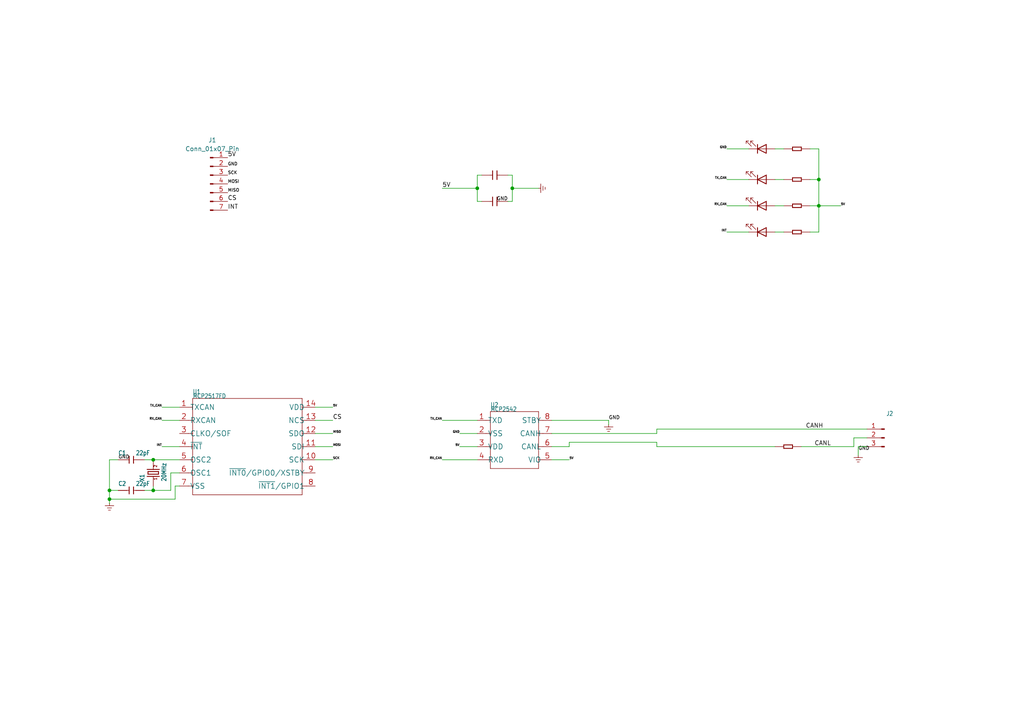
<source format=kicad_sch>
(kicad_sch
	(version 20250114)
	(generator "eeschema")
	(generator_version "9.0")
	(uuid "60dda35b-0e6b-48e1-92bf-faec0ea9daed")
	(paper "A4")
	(lib_symbols
		(symbol "CAN-FD_Shield[1]-eagle-import:C-0603"
			(exclude_from_sim no)
			(in_bom yes)
			(on_board yes)
			(property "Reference" "C"
				(at -3.81 0 0)
				(effects
					(font
						(size 1.27 1.0795)
					)
					(justify left bottom)
					(hide yes)
				)
			)
			(property "Value" ""
				(at 0 0 0)
				(effects
					(font
						(size 1.27 1.0795)
					)
					(justify left bottom)
					(hide yes)
				)
			)
			(property "Footprint" "CAN-FD_Shield[1]:0603"
				(at 0 0 0)
				(effects
					(font
						(size 1.27 1.27)
					)
					(hide yes)
				)
			)
			(property "Datasheet" ""
				(at 0 0 0)
				(effects
					(font
						(size 1.27 1.27)
					)
					(hide yes)
				)
			)
			(property "Description" "Ceramic Capacitors"
				(at 0 0 0)
				(effects
					(font
						(size 1.27 1.27)
					)
					(hide yes)
				)
			)
			(property "ki_locked" ""
				(at 0 0 0)
				(effects
					(font
						(size 1.27 1.27)
					)
				)
			)
			(symbol "C-0603_1_0"
				(polyline
					(pts
						(xy -1.27 0) (xy -0.635 0)
					)
					(stroke
						(width 0.1524)
						(type solid)
					)
					(fill
						(type none)
					)
				)
				(polyline
					(pts
						(xy -0.635 0) (xy -0.635 1.27)
					)
					(stroke
						(width 0.254)
						(type solid)
					)
					(fill
						(type none)
					)
				)
				(polyline
					(pts
						(xy -0.635 -1.27) (xy -0.635 0)
					)
					(stroke
						(width 0.254)
						(type solid)
					)
					(fill
						(type none)
					)
				)
				(polyline
					(pts
						(xy 0.635 1.27) (xy 0.635 0)
					)
					(stroke
						(width 0.254)
						(type solid)
					)
					(fill
						(type none)
					)
				)
				(polyline
					(pts
						(xy 0.635 0) (xy 0.635 -1.27)
					)
					(stroke
						(width 0.254)
						(type solid)
					)
					(fill
						(type none)
					)
				)
				(polyline
					(pts
						(xy 0.635 0) (xy 1.27 0)
					)
					(stroke
						(width 0.1524)
						(type solid)
					)
					(fill
						(type none)
					)
				)
				(pin passive line
					(at -3.81 0 0)
					(length 2.54)
					(name "1"
						(effects
							(font
								(size 0 0)
							)
						)
					)
					(number "1"
						(effects
							(font
								(size 0 0)
							)
						)
					)
				)
				(pin passive line
					(at 3.81 0 180)
					(length 2.54)
					(name "2"
						(effects
							(font
								(size 0 0)
							)
						)
					)
					(number "2"
						(effects
							(font
								(size 0 0)
							)
						)
					)
				)
			)
			(embedded_fonts no)
		)
		(symbol "CAN-FD_Shield[1]-eagle-import:CAP-0603"
			(exclude_from_sim no)
			(in_bom yes)
			(on_board yes)
			(property "Reference" "C"
				(at -3.81 1.27 0)
				(effects
					(font
						(size 1.27 1.0795)
					)
					(justify left bottom)
				)
			)
			(property "Value" ""
				(at 1.27 1.27 0)
				(effects
					(font
						(size 1.27 1.0795)
					)
					(justify left bottom)
				)
			)
			(property "Footprint" "CAN-FD_Shield[1]:C0603"
				(at 0 0 0)
				(effects
					(font
						(size 1.27 1.27)
					)
					(hide yes)
				)
			)
			(property "Datasheet" ""
				(at 0 0 0)
				(effects
					(font
						(size 1.27 1.27)
					)
					(hide yes)
				)
			)
			(property "Description" "Ceramic Capacitors"
				(at 0 0 0)
				(effects
					(font
						(size 1.27 1.27)
					)
					(hide yes)
				)
			)
			(property "ki_locked" ""
				(at 0 0 0)
				(effects
					(font
						(size 1.27 1.27)
					)
				)
			)
			(symbol "CAP-0603_1_0"
				(polyline
					(pts
						(xy -1.27 0) (xy -0.635 0)
					)
					(stroke
						(width 0.1524)
						(type solid)
					)
					(fill
						(type none)
					)
				)
				(polyline
					(pts
						(xy -0.635 0) (xy -0.635 1.016)
					)
					(stroke
						(width 0.254)
						(type solid)
					)
					(fill
						(type none)
					)
				)
				(polyline
					(pts
						(xy -0.635 -1.016) (xy -0.635 0)
					)
					(stroke
						(width 0.254)
						(type solid)
					)
					(fill
						(type none)
					)
				)
				(polyline
					(pts
						(xy 0.635 1.016) (xy 0.635 0)
					)
					(stroke
						(width 0.254)
						(type solid)
					)
					(fill
						(type none)
					)
				)
				(polyline
					(pts
						(xy 0.635 0) (xy 0.635 -1.016)
					)
					(stroke
						(width 0.254)
						(type solid)
					)
					(fill
						(type none)
					)
				)
				(polyline
					(pts
						(xy 0.635 0) (xy 1.27 0)
					)
					(stroke
						(width 0.1524)
						(type solid)
					)
					(fill
						(type none)
					)
				)
				(pin passive line
					(at -3.81 0 0)
					(length 2.54)
					(name "1"
						(effects
							(font
								(size 0 0)
							)
						)
					)
					(number "1"
						(effects
							(font
								(size 0 0)
							)
						)
					)
				)
				(pin passive line
					(at 3.81 0 180)
					(length 2.54)
					(name "2"
						(effects
							(font
								(size 0 0)
							)
						)
					)
					(number "2"
						(effects
							(font
								(size 0 0)
							)
						)
					)
				)
			)
			(embedded_fonts no)
		)
		(symbol "CAN-FD_Shield[1]-eagle-import:CONTROLLER-MCP2517FD"
			(exclude_from_sim no)
			(in_bom yes)
			(on_board yes)
			(property "Reference" "U"
				(at -16.51 15.24 0)
				(effects
					(font
						(size 1.27 1.0795)
					)
					(justify left bottom)
				)
			)
			(property "Value" ""
				(at -16.51 13.97 0)
				(effects
					(font
						(size 1.27 1.0795)
					)
					(justify left bottom)
				)
			)
			(property "Footprint" "CAN-FD_Shield[1]:SOIC14-1.27-8.6X3.9MM"
				(at 0 0 0)
				(effects
					(font
						(size 1.27 1.27)
					)
					(hide yes)
				)
			)
			(property "Datasheet" ""
				(at 0 0 0)
				(effects
					(font
						(size 1.27 1.27)
					)
					(hide yes)
				)
			)
			(property "Description" ""
				(at 0 0 0)
				(effects
					(font
						(size 1.27 1.27)
					)
					(hide yes)
				)
			)
			(property "ki_locked" ""
				(at 0 0 0)
				(effects
					(font
						(size 1.27 1.27)
					)
				)
			)
			(symbol "CONTROLLER-MCP2517FD_1_0"
				(polyline
					(pts
						(xy -16.51 13.97) (xy 15.24 13.97)
					)
					(stroke
						(width 0.1524)
						(type solid)
					)
					(fill
						(type none)
					)
				)
				(polyline
					(pts
						(xy -16.51 11.43) (xy -17.78 11.43)
					)
					(stroke
						(width 0.1524)
						(type solid)
					)
					(fill
						(type none)
					)
				)
				(polyline
					(pts
						(xy -16.51 11.43) (xy -16.51 13.97)
					)
					(stroke
						(width 0.1524)
						(type solid)
					)
					(fill
						(type none)
					)
				)
				(polyline
					(pts
						(xy -16.51 7.62) (xy -17.78 7.62)
					)
					(stroke
						(width 0.1524)
						(type solid)
					)
					(fill
						(type none)
					)
				)
				(polyline
					(pts
						(xy -16.51 7.62) (xy -16.51 11.43)
					)
					(stroke
						(width 0.1524)
						(type solid)
					)
					(fill
						(type none)
					)
				)
				(polyline
					(pts
						(xy -16.51 3.81) (xy -17.78 3.81)
					)
					(stroke
						(width 0.1524)
						(type solid)
					)
					(fill
						(type none)
					)
				)
				(polyline
					(pts
						(xy -16.51 3.81) (xy -16.51 7.62)
					)
					(stroke
						(width 0.1524)
						(type solid)
					)
					(fill
						(type none)
					)
				)
				(polyline
					(pts
						(xy -16.51 0) (xy -17.78 0)
					)
					(stroke
						(width 0.1524)
						(type solid)
					)
					(fill
						(type none)
					)
				)
				(polyline
					(pts
						(xy -16.51 0) (xy -16.51 3.81)
					)
					(stroke
						(width 0.1524)
						(type solid)
					)
					(fill
						(type none)
					)
				)
				(polyline
					(pts
						(xy -16.51 -3.81) (xy -17.78 -3.81)
					)
					(stroke
						(width 0.1524)
						(type solid)
					)
					(fill
						(type none)
					)
				)
				(polyline
					(pts
						(xy -16.51 -3.81) (xy -16.51 0)
					)
					(stroke
						(width 0.1524)
						(type solid)
					)
					(fill
						(type none)
					)
				)
				(polyline
					(pts
						(xy -16.51 -7.62) (xy -17.78 -7.62)
					)
					(stroke
						(width 0.1524)
						(type solid)
					)
					(fill
						(type none)
					)
				)
				(polyline
					(pts
						(xy -16.51 -7.62) (xy -16.51 -3.81)
					)
					(stroke
						(width 0.1524)
						(type solid)
					)
					(fill
						(type none)
					)
				)
				(polyline
					(pts
						(xy -16.51 -11.43) (xy -17.78 -11.43)
					)
					(stroke
						(width 0.1524)
						(type solid)
					)
					(fill
						(type none)
					)
				)
				(polyline
					(pts
						(xy -16.51 -11.43) (xy -16.51 -7.62)
					)
					(stroke
						(width 0.1524)
						(type solid)
					)
					(fill
						(type none)
					)
				)
				(polyline
					(pts
						(xy -16.51 -13.97) (xy -16.51 -11.43)
					)
					(stroke
						(width 0.1524)
						(type solid)
					)
					(fill
						(type none)
					)
				)
				(polyline
					(pts
						(xy 15.24 13.97) (xy 15.24 -13.97)
					)
					(stroke
						(width 0.1524)
						(type solid)
					)
					(fill
						(type none)
					)
				)
				(polyline
					(pts
						(xy 15.24 -13.97) (xy -16.51 -13.97)
					)
					(stroke
						(width 0.1524)
						(type solid)
					)
					(fill
						(type none)
					)
				)
				(polyline
					(pts
						(xy 16.51 11.43) (xy 15.24 11.43)
					)
					(stroke
						(width 0.1524)
						(type solid)
					)
					(fill
						(type none)
					)
				)
				(polyline
					(pts
						(xy 16.51 7.62) (xy 15.24 7.62)
					)
					(stroke
						(width 0.1524)
						(type solid)
					)
					(fill
						(type none)
					)
				)
				(polyline
					(pts
						(xy 16.51 3.81) (xy 15.24 3.81)
					)
					(stroke
						(width 0.1524)
						(type solid)
					)
					(fill
						(type none)
					)
				)
				(polyline
					(pts
						(xy 16.51 0) (xy 15.24 0)
					)
					(stroke
						(width 0.1524)
						(type solid)
					)
					(fill
						(type none)
					)
				)
				(polyline
					(pts
						(xy 16.51 -3.81) (xy 15.24 -3.81)
					)
					(stroke
						(width 0.1524)
						(type solid)
					)
					(fill
						(type none)
					)
				)
				(polyline
					(pts
						(xy 16.51 -7.62) (xy 15.24 -7.62)
					)
					(stroke
						(width 0.1524)
						(type solid)
					)
					(fill
						(type none)
					)
				)
				(polyline
					(pts
						(xy 16.51 -11.43) (xy 15.24 -11.43)
					)
					(stroke
						(width 0.1524)
						(type solid)
					)
					(fill
						(type none)
					)
				)
				(pin bidirectional line
					(at -20.32 11.43 0)
					(length 2.54)
					(name "TXCAN"
						(effects
							(font
								(size 1.524 1.524)
							)
						)
					)
					(number "1"
						(effects
							(font
								(size 1.524 1.524)
							)
						)
					)
				)
				(pin bidirectional line
					(at -20.32 7.62 0)
					(length 2.54)
					(name "RXCAN"
						(effects
							(font
								(size 1.524 1.524)
							)
						)
					)
					(number "2"
						(effects
							(font
								(size 1.524 1.524)
							)
						)
					)
				)
				(pin bidirectional line
					(at -20.32 3.81 0)
					(length 2.54)
					(name "CLKO/SOF"
						(effects
							(font
								(size 1.524 1.524)
							)
						)
					)
					(number "3"
						(effects
							(font
								(size 1.524 1.524)
							)
						)
					)
				)
				(pin bidirectional line
					(at -20.32 0 0)
					(length 2.54)
					(name "~{INT}"
						(effects
							(font
								(size 1.524 1.524)
							)
						)
					)
					(number "4"
						(effects
							(font
								(size 1.524 1.524)
							)
						)
					)
				)
				(pin bidirectional line
					(at -20.32 -3.81 0)
					(length 2.54)
					(name "OSC2"
						(effects
							(font
								(size 1.524 1.524)
							)
						)
					)
					(number "5"
						(effects
							(font
								(size 1.524 1.524)
							)
						)
					)
				)
				(pin bidirectional line
					(at -20.32 -7.62 0)
					(length 2.54)
					(name "OSC1"
						(effects
							(font
								(size 1.524 1.524)
							)
						)
					)
					(number "6"
						(effects
							(font
								(size 1.524 1.524)
							)
						)
					)
				)
				(pin bidirectional line
					(at -20.32 -11.43 0)
					(length 2.54)
					(name "VSS"
						(effects
							(font
								(size 1.524 1.524)
							)
						)
					)
					(number "7"
						(effects
							(font
								(size 1.524 1.524)
							)
						)
					)
				)
				(pin bidirectional line
					(at 19.05 11.43 180)
					(length 2.54)
					(name "VDD"
						(effects
							(font
								(size 1.524 1.524)
							)
						)
					)
					(number "14"
						(effects
							(font
								(size 1.524 1.524)
							)
						)
					)
				)
				(pin bidirectional line
					(at 19.05 7.62 180)
					(length 2.54)
					(name "NCS"
						(effects
							(font
								(size 1.524 1.524)
							)
						)
					)
					(number "13"
						(effects
							(font
								(size 1.524 1.524)
							)
						)
					)
				)
				(pin bidirectional line
					(at 19.05 3.81 180)
					(length 2.54)
					(name "SDO"
						(effects
							(font
								(size 1.524 1.524)
							)
						)
					)
					(number "12"
						(effects
							(font
								(size 1.524 1.524)
							)
						)
					)
				)
				(pin bidirectional line
					(at 19.05 0 180)
					(length 2.54)
					(name "SDI"
						(effects
							(font
								(size 1.524 1.524)
							)
						)
					)
					(number "11"
						(effects
							(font
								(size 1.524 1.524)
							)
						)
					)
				)
				(pin bidirectional line
					(at 19.05 -3.81 180)
					(length 2.54)
					(name "SCK"
						(effects
							(font
								(size 1.524 1.524)
							)
						)
					)
					(number "10"
						(effects
							(font
								(size 1.524 1.524)
							)
						)
					)
				)
				(pin bidirectional line
					(at 19.05 -7.62 180)
					(length 2.54)
					(name "~{INT0}/GPIO0/XSTBY"
						(effects
							(font
								(size 1.524 1.524)
							)
						)
					)
					(number "9"
						(effects
							(font
								(size 1.524 1.524)
							)
						)
					)
				)
				(pin bidirectional line
					(at 19.05 -11.43 180)
					(length 2.54)
					(name "~{INT1}/GPIO1"
						(effects
							(font
								(size 1.524 1.524)
							)
						)
					)
					(number "8"
						(effects
							(font
								(size 1.524 1.524)
							)
						)
					)
				)
			)
			(embedded_fonts no)
		)
		(symbol "CAN-FD_Shield[1]-eagle-import:CRYSTAL-2P'HC49US'"
			(exclude_from_sim no)
			(in_bom yes)
			(on_board yes)
			(property "Reference" "X"
				(at -2.54 2.54 0)
				(effects
					(font
						(size 1.27 1.0795)
					)
					(justify left bottom)
				)
			)
			(property "Value" ""
				(at -2.54 -3.81 0)
				(effects
					(font
						(size 1.27 1.0795)
					)
					(justify left bottom)
				)
			)
			(property "Footprint" "CAN-FD_Shield[1]:HC49US"
				(at 0 0 0)
				(effects
					(font
						(size 1.27 1.27)
					)
					(hide yes)
				)
			)
			(property "Datasheet" ""
				(at 0 0 0)
				(effects
					(font
						(size 1.27 1.27)
					)
					(hide yes)
				)
			)
			(property "Description" ""
				(at 0 0 0)
				(effects
					(font
						(size 1.27 1.27)
					)
					(hide yes)
				)
			)
			(property "ki_locked" ""
				(at 0 0 0)
				(effects
					(font
						(size 1.27 1.27)
					)
				)
			)
			(symbol "CRYSTAL-2P'HC49US'_1_0"
				(polyline
					(pts
						(xy -1.27 0) (xy -1.016 0)
					)
					(stroke
						(width 0.1524)
						(type solid)
					)
					(fill
						(type none)
					)
				)
				(polyline
					(pts
						(xy -1.016 1.778) (xy -1.016 0)
					)
					(stroke
						(width 0.254)
						(type solid)
					)
					(fill
						(type none)
					)
				)
				(polyline
					(pts
						(xy -1.016 0) (xy -1.016 -1.778)
					)
					(stroke
						(width 0.254)
						(type solid)
					)
					(fill
						(type none)
					)
				)
				(polyline
					(pts
						(xy -0.381 1.524) (xy -0.381 -1.524)
					)
					(stroke
						(width 0.254)
						(type solid)
					)
					(fill
						(type none)
					)
				)
				(polyline
					(pts
						(xy -0.381 -1.524) (xy 0.381 -1.524)
					)
					(stroke
						(width 0.254)
						(type solid)
					)
					(fill
						(type none)
					)
				)
				(polyline
					(pts
						(xy 0.381 1.524) (xy -0.381 1.524)
					)
					(stroke
						(width 0.254)
						(type solid)
					)
					(fill
						(type none)
					)
				)
				(polyline
					(pts
						(xy 0.381 -1.524) (xy 0.381 1.524)
					)
					(stroke
						(width 0.254)
						(type solid)
					)
					(fill
						(type none)
					)
				)
				(polyline
					(pts
						(xy 1.016 1.778) (xy 1.016 0)
					)
					(stroke
						(width 0.254)
						(type solid)
					)
					(fill
						(type none)
					)
				)
				(polyline
					(pts
						(xy 1.016 0) (xy 1.016 -1.778)
					)
					(stroke
						(width 0.254)
						(type solid)
					)
					(fill
						(type none)
					)
				)
				(polyline
					(pts
						(xy 1.016 0) (xy 1.27 0)
					)
					(stroke
						(width 0.1524)
						(type solid)
					)
					(fill
						(type none)
					)
				)
				(text "1"
					(at -2.159 -1.143 0)
					(effects
						(font
							(size 0.8636 0.734)
						)
						(justify left bottom)
					)
				)
				(text "2"
					(at 1.524 -1.143 0)
					(effects
						(font
							(size 0.8636 0.734)
						)
						(justify left bottom)
					)
				)
				(pin passive line
					(at -3.81 0 0)
					(length 2.54)
					(name "1"
						(effects
							(font
								(size 0 0)
							)
						)
					)
					(number "1"
						(effects
							(font
								(size 0 0)
							)
						)
					)
				)
				(pin passive line
					(at 3.81 0 180)
					(length 2.54)
					(name "2"
						(effects
							(font
								(size 0 0)
							)
						)
					)
					(number "2"
						(effects
							(font
								(size 0 0)
							)
						)
					)
				)
			)
			(embedded_fonts no)
		)
		(symbol "CAN-FD_Shield[1]-eagle-import:GND_POWER"
			(power)
			(exclude_from_sim no)
			(in_bom yes)
			(on_board yes)
			(property "Reference" ""
				(at 0 0 0)
				(effects
					(font
						(size 1.27 1.27)
					)
					(hide yes)
				)
			)
			(property "Value" ""
				(at 0 0 0)
				(effects
					(font
						(size 1.27 1.27)
					)
					(hide yes)
				)
			)
			(property "Footprint" ""
				(at 0 0 0)
				(effects
					(font
						(size 1.27 1.27)
					)
					(hide yes)
				)
			)
			(property "Datasheet" ""
				(at 0 0 0)
				(effects
					(font
						(size 1.27 1.27)
					)
					(hide yes)
				)
			)
			(property "Description" ""
				(at 0 0 0)
				(effects
					(font
						(size 1.27 1.27)
					)
					(hide yes)
				)
			)
			(property "ki_locked" ""
				(at 0 0 0)
				(effects
					(font
						(size 1.27 1.27)
					)
				)
			)
			(symbol "GND_POWER_1_0"
				(polyline
					(pts
						(xy -1.27 -0.635) (xy 0 -0.635)
					)
					(stroke
						(width 0.1524)
						(type solid)
					)
					(fill
						(type none)
					)
				)
				(polyline
					(pts
						(xy -0.635 -1.27) (xy 0.635 -1.27)
					)
					(stroke
						(width 0.1524)
						(type solid)
					)
					(fill
						(type none)
					)
				)
				(polyline
					(pts
						(xy -0.3175 -1.905) (xy 0.3175 -1.905)
					)
					(stroke
						(width 0.1524)
						(type solid)
					)
					(fill
						(type none)
					)
				)
				(polyline
					(pts
						(xy 0 0) (xy 0 -0.635)
					)
					(stroke
						(width 0.1524)
						(type solid)
					)
					(fill
						(type none)
					)
				)
				(polyline
					(pts
						(xy 0 -0.635) (xy 1.27 -0.635)
					)
					(stroke
						(width 0.1524)
						(type solid)
					)
					(fill
						(type none)
					)
				)
				(pin power_in line
					(at 0 0 270)
					(length 0)
					(name "GND"
						(effects
							(font
								(size 0 0)
							)
						)
					)
					(number "1"
						(effects
							(font
								(size 0 0)
							)
						)
					)
				)
			)
			(embedded_fonts no)
		)
		(symbol "CAN-FD_Shield[1]-eagle-import:R-0603"
			(exclude_from_sim no)
			(in_bom yes)
			(on_board yes)
			(property "Reference" "R"
				(at -3.81 0 0)
				(effects
					(font
						(size 1.27 1.0795)
					)
					(justify left bottom)
					(hide yes)
				)
			)
			(property "Value" ""
				(at 0 0 0)
				(effects
					(font
						(size 0.889 0.7556)
					)
					(justify left bottom)
					(hide yes)
				)
			)
			(property "Footprint" "CAN-FD_Shield[1]:0603"
				(at 0 0 0)
				(effects
					(font
						(size 1.27 1.27)
					)
					(hide yes)
				)
			)
			(property "Datasheet" ""
				(at 0 0 0)
				(effects
					(font
						(size 1.27 1.27)
					)
					(hide yes)
				)
			)
			(property "Description" ""
				(at 0 0 0)
				(effects
					(font
						(size 1.27 1.27)
					)
					(hide yes)
				)
			)
			(property "ki_locked" ""
				(at 0 0 0)
				(effects
					(font
						(size 1.27 1.27)
					)
				)
			)
			(symbol "R-0603_1_0"
				(polyline
					(pts
						(xy -1.27 0.508) (xy 1.27 0.508)
					)
					(stroke
						(width 0.254)
						(type solid)
					)
					(fill
						(type none)
					)
				)
				(polyline
					(pts
						(xy -1.27 -0.508) (xy -1.27 0.508)
					)
					(stroke
						(width 0.254)
						(type solid)
					)
					(fill
						(type none)
					)
				)
				(polyline
					(pts
						(xy 1.27 0.508) (xy 1.27 -0.508)
					)
					(stroke
						(width 0.254)
						(type solid)
					)
					(fill
						(type none)
					)
				)
				(polyline
					(pts
						(xy 1.27 -0.508) (xy -1.27 -0.508)
					)
					(stroke
						(width 0.254)
						(type solid)
					)
					(fill
						(type none)
					)
				)
				(pin passive line
					(at -3.81 0 0)
					(length 2.54)
					(name "1"
						(effects
							(font
								(size 0 0)
							)
						)
					)
					(number "1"
						(effects
							(font
								(size 0 0)
							)
						)
					)
				)
				(pin passive line
					(at 3.81 0 180)
					(length 2.54)
					(name "2"
						(effects
							(font
								(size 0 0)
							)
						)
					)
					(number "2"
						(effects
							(font
								(size 0 0)
							)
						)
					)
				)
			)
			(embedded_fonts no)
		)
		(symbol "CAN-FD_Shield[1]-eagle-import:TRANSCEIVER-MCP2542"
			(exclude_from_sim no)
			(in_bom yes)
			(on_board yes)
			(property "Reference" "U"
				(at -7.62 8.89 0)
				(effects
					(font
						(size 1.27 1.0795)
					)
					(justify left bottom)
				)
			)
			(property "Value" ""
				(at -7.62 7.62 0)
				(effects
					(font
						(size 1.27 1.0795)
					)
					(justify left bottom)
				)
			)
			(property "Footprint" "CAN-FD_Shield[1]:SOIC8-1.27-5X4MM"
				(at 0 0 0)
				(effects
					(font
						(size 1.27 1.27)
					)
					(hide yes)
				)
			)
			(property "Datasheet" ""
				(at 0 0 0)
				(effects
					(font
						(size 1.27 1.27)
					)
					(hide yes)
				)
			)
			(property "Description" ""
				(at 0 0 0)
				(effects
					(font
						(size 1.27 1.27)
					)
					(hide yes)
				)
			)
			(property "ki_locked" ""
				(at 0 0 0)
				(effects
					(font
						(size 1.27 1.27)
					)
				)
			)
			(symbol "TRANSCEIVER-MCP2542_1_0"
				(polyline
					(pts
						(xy -7.62 7.62) (xy 6.35 7.62)
					)
					(stroke
						(width 0.1524)
						(type solid)
					)
					(fill
						(type none)
					)
				)
				(polyline
					(pts
						(xy -7.62 5.08) (xy -8.89 5.08)
					)
					(stroke
						(width 0.1524)
						(type solid)
					)
					(fill
						(type none)
					)
				)
				(polyline
					(pts
						(xy -7.62 5.08) (xy -7.62 7.62)
					)
					(stroke
						(width 0.1524)
						(type solid)
					)
					(fill
						(type none)
					)
				)
				(polyline
					(pts
						(xy -7.62 1.27) (xy -8.89 1.27)
					)
					(stroke
						(width 0.1524)
						(type solid)
					)
					(fill
						(type none)
					)
				)
				(polyline
					(pts
						(xy -7.62 1.27) (xy -7.62 5.08)
					)
					(stroke
						(width 0.1524)
						(type solid)
					)
					(fill
						(type none)
					)
				)
				(polyline
					(pts
						(xy -7.62 -2.54) (xy -8.89 -2.54)
					)
					(stroke
						(width 0.1524)
						(type solid)
					)
					(fill
						(type none)
					)
				)
				(polyline
					(pts
						(xy -7.62 -2.54) (xy -7.62 1.27)
					)
					(stroke
						(width 0.1524)
						(type solid)
					)
					(fill
						(type none)
					)
				)
				(polyline
					(pts
						(xy -7.62 -6.35) (xy -8.89 -6.35)
					)
					(stroke
						(width 0.1524)
						(type solid)
					)
					(fill
						(type none)
					)
				)
				(polyline
					(pts
						(xy -7.62 -6.35) (xy -7.62 -2.54)
					)
					(stroke
						(width 0.1524)
						(type solid)
					)
					(fill
						(type none)
					)
				)
				(polyline
					(pts
						(xy -7.62 -8.89) (xy -7.62 -6.35)
					)
					(stroke
						(width 0.1524)
						(type solid)
					)
					(fill
						(type none)
					)
				)
				(polyline
					(pts
						(xy 6.35 7.62) (xy 6.35 5.08)
					)
					(stroke
						(width 0.1524)
						(type solid)
					)
					(fill
						(type none)
					)
				)
				(polyline
					(pts
						(xy 6.35 5.08) (xy 6.35 1.27)
					)
					(stroke
						(width 0.1524)
						(type solid)
					)
					(fill
						(type none)
					)
				)
				(polyline
					(pts
						(xy 6.35 1.27) (xy 6.35 -2.54)
					)
					(stroke
						(width 0.1524)
						(type solid)
					)
					(fill
						(type none)
					)
				)
				(polyline
					(pts
						(xy 6.35 -2.54) (xy 6.35 -6.35)
					)
					(stroke
						(width 0.1524)
						(type solid)
					)
					(fill
						(type none)
					)
				)
				(polyline
					(pts
						(xy 6.35 -6.35) (xy 6.35 -8.89)
					)
					(stroke
						(width 0.1524)
						(type solid)
					)
					(fill
						(type none)
					)
				)
				(polyline
					(pts
						(xy 6.35 -8.89) (xy -7.62 -8.89)
					)
					(stroke
						(width 0.1524)
						(type solid)
					)
					(fill
						(type none)
					)
				)
				(polyline
					(pts
						(xy 7.62 5.08) (xy 6.35 5.08)
					)
					(stroke
						(width 0.1524)
						(type solid)
					)
					(fill
						(type none)
					)
				)
				(polyline
					(pts
						(xy 7.62 1.27) (xy 6.35 1.27)
					)
					(stroke
						(width 0.1524)
						(type solid)
					)
					(fill
						(type none)
					)
				)
				(polyline
					(pts
						(xy 7.62 -2.54) (xy 6.35 -2.54)
					)
					(stroke
						(width 0.1524)
						(type solid)
					)
					(fill
						(type none)
					)
				)
				(polyline
					(pts
						(xy 7.62 -6.35) (xy 6.35 -6.35)
					)
					(stroke
						(width 0.1524)
						(type solid)
					)
					(fill
						(type none)
					)
				)
				(pin bidirectional line
					(at -11.43 5.08 0)
					(length 2.54)
					(name "TXD"
						(effects
							(font
								(size 1.524 1.524)
							)
						)
					)
					(number "1"
						(effects
							(font
								(size 1.524 1.524)
							)
						)
					)
				)
				(pin bidirectional line
					(at -11.43 1.27 0)
					(length 2.54)
					(name "VSS"
						(effects
							(font
								(size 1.524 1.524)
							)
						)
					)
					(number "2"
						(effects
							(font
								(size 1.524 1.524)
							)
						)
					)
				)
				(pin bidirectional line
					(at -11.43 -2.54 0)
					(length 2.54)
					(name "VDD"
						(effects
							(font
								(size 1.524 1.524)
							)
						)
					)
					(number "3"
						(effects
							(font
								(size 1.524 1.524)
							)
						)
					)
				)
				(pin bidirectional line
					(at -11.43 -6.35 0)
					(length 2.54)
					(name "RXD"
						(effects
							(font
								(size 1.524 1.524)
							)
						)
					)
					(number "4"
						(effects
							(font
								(size 1.524 1.524)
							)
						)
					)
				)
				(pin bidirectional line
					(at 10.16 5.08 180)
					(length 2.54)
					(name "STBY"
						(effects
							(font
								(size 1.524 1.524)
							)
						)
					)
					(number "8"
						(effects
							(font
								(size 1.524 1.524)
							)
						)
					)
				)
				(pin bidirectional line
					(at 10.16 1.27 180)
					(length 2.54)
					(name "CANH"
						(effects
							(font
								(size 1.524 1.524)
							)
						)
					)
					(number "7"
						(effects
							(font
								(size 1.524 1.524)
							)
						)
					)
				)
				(pin bidirectional line
					(at 10.16 -2.54 180)
					(length 2.54)
					(name "CANL"
						(effects
							(font
								(size 1.524 1.524)
							)
						)
					)
					(number "6"
						(effects
							(font
								(size 1.524 1.524)
							)
						)
					)
				)
				(pin bidirectional line
					(at 10.16 -6.35 180)
					(length 2.54)
					(name "VIO"
						(effects
							(font
								(size 1.524 1.524)
							)
						)
					)
					(number "5"
						(effects
							(font
								(size 1.524 1.524)
							)
						)
					)
				)
			)
			(embedded_fonts no)
		)
		(symbol "Connector:Conn_01x03_Pin"
			(pin_names
				(offset 1.016)
				(hide yes)
			)
			(exclude_from_sim no)
			(in_bom yes)
			(on_board yes)
			(property "Reference" "J"
				(at 0 5.08 0)
				(effects
					(font
						(size 1.27 1.27)
					)
				)
			)
			(property "Value" "Conn_01x03_Pin"
				(at 0 -5.08 0)
				(effects
					(font
						(size 1.27 1.27)
					)
				)
			)
			(property "Footprint" ""
				(at 0 0 0)
				(effects
					(font
						(size 1.27 1.27)
					)
					(hide yes)
				)
			)
			(property "Datasheet" "~"
				(at 0 0 0)
				(effects
					(font
						(size 1.27 1.27)
					)
					(hide yes)
				)
			)
			(property "Description" "Generic connector, single row, 01x03, script generated"
				(at 0 0 0)
				(effects
					(font
						(size 1.27 1.27)
					)
					(hide yes)
				)
			)
			(property "ki_locked" ""
				(at 0 0 0)
				(effects
					(font
						(size 1.27 1.27)
					)
				)
			)
			(property "ki_keywords" "connector"
				(at 0 0 0)
				(effects
					(font
						(size 1.27 1.27)
					)
					(hide yes)
				)
			)
			(property "ki_fp_filters" "Connector*:*_1x??_*"
				(at 0 0 0)
				(effects
					(font
						(size 1.27 1.27)
					)
					(hide yes)
				)
			)
			(symbol "Conn_01x03_Pin_1_1"
				(rectangle
					(start 0.8636 2.667)
					(end 0 2.413)
					(stroke
						(width 0.1524)
						(type default)
					)
					(fill
						(type outline)
					)
				)
				(rectangle
					(start 0.8636 0.127)
					(end 0 -0.127)
					(stroke
						(width 0.1524)
						(type default)
					)
					(fill
						(type outline)
					)
				)
				(rectangle
					(start 0.8636 -2.413)
					(end 0 -2.667)
					(stroke
						(width 0.1524)
						(type default)
					)
					(fill
						(type outline)
					)
				)
				(polyline
					(pts
						(xy 1.27 2.54) (xy 0.8636 2.54)
					)
					(stroke
						(width 0.1524)
						(type default)
					)
					(fill
						(type none)
					)
				)
				(polyline
					(pts
						(xy 1.27 0) (xy 0.8636 0)
					)
					(stroke
						(width 0.1524)
						(type default)
					)
					(fill
						(type none)
					)
				)
				(polyline
					(pts
						(xy 1.27 -2.54) (xy 0.8636 -2.54)
					)
					(stroke
						(width 0.1524)
						(type default)
					)
					(fill
						(type none)
					)
				)
				(pin passive line
					(at 5.08 2.54 180)
					(length 3.81)
					(name "Pin_1"
						(effects
							(font
								(size 1.27 1.27)
							)
						)
					)
					(number "1"
						(effects
							(font
								(size 1.27 1.27)
							)
						)
					)
				)
				(pin passive line
					(at 5.08 0 180)
					(length 3.81)
					(name "Pin_2"
						(effects
							(font
								(size 1.27 1.27)
							)
						)
					)
					(number "2"
						(effects
							(font
								(size 1.27 1.27)
							)
						)
					)
				)
				(pin passive line
					(at 5.08 -2.54 180)
					(length 3.81)
					(name "Pin_3"
						(effects
							(font
								(size 1.27 1.27)
							)
						)
					)
					(number "3"
						(effects
							(font
								(size 1.27 1.27)
							)
						)
					)
				)
			)
			(embedded_fonts no)
		)
		(symbol "Connector:Conn_01x07_Pin"
			(pin_names
				(offset 1.016)
				(hide yes)
			)
			(exclude_from_sim no)
			(in_bom yes)
			(on_board yes)
			(property "Reference" "J"
				(at 0 10.16 0)
				(effects
					(font
						(size 1.27 1.27)
					)
				)
			)
			(property "Value" "Conn_01x07_Pin"
				(at 0 -10.16 0)
				(effects
					(font
						(size 1.27 1.27)
					)
				)
			)
			(property "Footprint" ""
				(at 0 0 0)
				(effects
					(font
						(size 1.27 1.27)
					)
					(hide yes)
				)
			)
			(property "Datasheet" "~"
				(at 0 0 0)
				(effects
					(font
						(size 1.27 1.27)
					)
					(hide yes)
				)
			)
			(property "Description" "Generic connector, single row, 01x07, script generated"
				(at 0 0 0)
				(effects
					(font
						(size 1.27 1.27)
					)
					(hide yes)
				)
			)
			(property "ki_locked" ""
				(at 0 0 0)
				(effects
					(font
						(size 1.27 1.27)
					)
				)
			)
			(property "ki_keywords" "connector"
				(at 0 0 0)
				(effects
					(font
						(size 1.27 1.27)
					)
					(hide yes)
				)
			)
			(property "ki_fp_filters" "Connector*:*_1x??_*"
				(at 0 0 0)
				(effects
					(font
						(size 1.27 1.27)
					)
					(hide yes)
				)
			)
			(symbol "Conn_01x07_Pin_1_1"
				(rectangle
					(start 0.8636 7.747)
					(end 0 7.493)
					(stroke
						(width 0.1524)
						(type default)
					)
					(fill
						(type outline)
					)
				)
				(rectangle
					(start 0.8636 5.207)
					(end 0 4.953)
					(stroke
						(width 0.1524)
						(type default)
					)
					(fill
						(type outline)
					)
				)
				(rectangle
					(start 0.8636 2.667)
					(end 0 2.413)
					(stroke
						(width 0.1524)
						(type default)
					)
					(fill
						(type outline)
					)
				)
				(rectangle
					(start 0.8636 0.127)
					(end 0 -0.127)
					(stroke
						(width 0.1524)
						(type default)
					)
					(fill
						(type outline)
					)
				)
				(rectangle
					(start 0.8636 -2.413)
					(end 0 -2.667)
					(stroke
						(width 0.1524)
						(type default)
					)
					(fill
						(type outline)
					)
				)
				(rectangle
					(start 0.8636 -4.953)
					(end 0 -5.207)
					(stroke
						(width 0.1524)
						(type default)
					)
					(fill
						(type outline)
					)
				)
				(rectangle
					(start 0.8636 -7.493)
					(end 0 -7.747)
					(stroke
						(width 0.1524)
						(type default)
					)
					(fill
						(type outline)
					)
				)
				(polyline
					(pts
						(xy 1.27 7.62) (xy 0.8636 7.62)
					)
					(stroke
						(width 0.1524)
						(type default)
					)
					(fill
						(type none)
					)
				)
				(polyline
					(pts
						(xy 1.27 5.08) (xy 0.8636 5.08)
					)
					(stroke
						(width 0.1524)
						(type default)
					)
					(fill
						(type none)
					)
				)
				(polyline
					(pts
						(xy 1.27 2.54) (xy 0.8636 2.54)
					)
					(stroke
						(width 0.1524)
						(type default)
					)
					(fill
						(type none)
					)
				)
				(polyline
					(pts
						(xy 1.27 0) (xy 0.8636 0)
					)
					(stroke
						(width 0.1524)
						(type default)
					)
					(fill
						(type none)
					)
				)
				(polyline
					(pts
						(xy 1.27 -2.54) (xy 0.8636 -2.54)
					)
					(stroke
						(width 0.1524)
						(type default)
					)
					(fill
						(type none)
					)
				)
				(polyline
					(pts
						(xy 1.27 -5.08) (xy 0.8636 -5.08)
					)
					(stroke
						(width 0.1524)
						(type default)
					)
					(fill
						(type none)
					)
				)
				(polyline
					(pts
						(xy 1.27 -7.62) (xy 0.8636 -7.62)
					)
					(stroke
						(width 0.1524)
						(type default)
					)
					(fill
						(type none)
					)
				)
				(pin passive line
					(at 5.08 7.62 180)
					(length 3.81)
					(name "Pin_1"
						(effects
							(font
								(size 1.27 1.27)
							)
						)
					)
					(number "1"
						(effects
							(font
								(size 1.27 1.27)
							)
						)
					)
				)
				(pin passive line
					(at 5.08 5.08 180)
					(length 3.81)
					(name "Pin_2"
						(effects
							(font
								(size 1.27 1.27)
							)
						)
					)
					(number "2"
						(effects
							(font
								(size 1.27 1.27)
							)
						)
					)
				)
				(pin passive line
					(at 5.08 2.54 180)
					(length 3.81)
					(name "Pin_3"
						(effects
							(font
								(size 1.27 1.27)
							)
						)
					)
					(number "3"
						(effects
							(font
								(size 1.27 1.27)
							)
						)
					)
				)
				(pin passive line
					(at 5.08 0 180)
					(length 3.81)
					(name "Pin_4"
						(effects
							(font
								(size 1.27 1.27)
							)
						)
					)
					(number "4"
						(effects
							(font
								(size 1.27 1.27)
							)
						)
					)
				)
				(pin passive line
					(at 5.08 -2.54 180)
					(length 3.81)
					(name "Pin_5"
						(effects
							(font
								(size 1.27 1.27)
							)
						)
					)
					(number "5"
						(effects
							(font
								(size 1.27 1.27)
							)
						)
					)
				)
				(pin passive line
					(at 5.08 -5.08 180)
					(length 3.81)
					(name "Pin_6"
						(effects
							(font
								(size 1.27 1.27)
							)
						)
					)
					(number "6"
						(effects
							(font
								(size 1.27 1.27)
							)
						)
					)
				)
				(pin passive line
					(at 5.08 -7.62 180)
					(length 3.81)
					(name "Pin_7"
						(effects
							(font
								(size 1.27 1.27)
							)
						)
					)
					(number "7"
						(effects
							(font
								(size 1.27 1.27)
							)
						)
					)
				)
			)
			(embedded_fonts no)
		)
		(symbol "Device:LED"
			(pin_numbers
				(hide yes)
			)
			(pin_names
				(offset 1.016)
				(hide yes)
			)
			(exclude_from_sim no)
			(in_bom yes)
			(on_board yes)
			(property "Reference" "D"
				(at 0 2.54 0)
				(effects
					(font
						(size 1.27 1.27)
					)
				)
			)
			(property "Value" "LED"
				(at 0 -2.54 0)
				(effects
					(font
						(size 1.27 1.27)
					)
				)
			)
			(property "Footprint" ""
				(at 0 0 0)
				(effects
					(font
						(size 1.27 1.27)
					)
					(hide yes)
				)
			)
			(property "Datasheet" "~"
				(at 0 0 0)
				(effects
					(font
						(size 1.27 1.27)
					)
					(hide yes)
				)
			)
			(property "Description" "Light emitting diode"
				(at 0 0 0)
				(effects
					(font
						(size 1.27 1.27)
					)
					(hide yes)
				)
			)
			(property "Sim.Pins" "1=K 2=A"
				(at 0 0 0)
				(effects
					(font
						(size 1.27 1.27)
					)
					(hide yes)
				)
			)
			(property "ki_keywords" "LED diode"
				(at 0 0 0)
				(effects
					(font
						(size 1.27 1.27)
					)
					(hide yes)
				)
			)
			(property "ki_fp_filters" "LED* LED_SMD:* LED_THT:*"
				(at 0 0 0)
				(effects
					(font
						(size 1.27 1.27)
					)
					(hide yes)
				)
			)
			(symbol "LED_0_1"
				(polyline
					(pts
						(xy -3.048 -0.762) (xy -4.572 -2.286) (xy -3.81 -2.286) (xy -4.572 -2.286) (xy -4.572 -1.524)
					)
					(stroke
						(width 0)
						(type default)
					)
					(fill
						(type none)
					)
				)
				(polyline
					(pts
						(xy -1.778 -0.762) (xy -3.302 -2.286) (xy -2.54 -2.286) (xy -3.302 -2.286) (xy -3.302 -1.524)
					)
					(stroke
						(width 0)
						(type default)
					)
					(fill
						(type none)
					)
				)
				(polyline
					(pts
						(xy -1.27 0) (xy 1.27 0)
					)
					(stroke
						(width 0)
						(type default)
					)
					(fill
						(type none)
					)
				)
				(polyline
					(pts
						(xy -1.27 -1.27) (xy -1.27 1.27)
					)
					(stroke
						(width 0.254)
						(type default)
					)
					(fill
						(type none)
					)
				)
				(polyline
					(pts
						(xy 1.27 -1.27) (xy 1.27 1.27) (xy -1.27 0) (xy 1.27 -1.27)
					)
					(stroke
						(width 0.254)
						(type default)
					)
					(fill
						(type none)
					)
				)
			)
			(symbol "LED_1_1"
				(pin passive line
					(at -3.81 0 0)
					(length 2.54)
					(name "K"
						(effects
							(font
								(size 1.27 1.27)
							)
						)
					)
					(number "1"
						(effects
							(font
								(size 1.27 1.27)
							)
						)
					)
				)
				(pin passive line
					(at 3.81 0 180)
					(length 2.54)
					(name "A"
						(effects
							(font
								(size 1.27 1.27)
							)
						)
					)
					(number "2"
						(effects
							(font
								(size 1.27 1.27)
							)
						)
					)
				)
			)
			(embedded_fonts no)
		)
	)
	(junction
		(at 237.49 59.69)
		(diameter 0)
		(color 0 0 0 0)
		(uuid "6433dbe2-a93d-4a6a-820a-b03eeb802469")
	)
	(junction
		(at 31.75 144.78)
		(diameter 0)
		(color 0 0 0 0)
		(uuid "856d1fa2-a8c8-450d-b2d1-b874030b4c4e")
	)
	(junction
		(at 44.45 142.24)
		(diameter 0)
		(color 0 0 0 0)
		(uuid "a47465ad-d1f5-4ae4-a1fc-acc6586cf6d9")
	)
	(junction
		(at 44.45 133.35)
		(diameter 0)
		(color 0 0 0 0)
		(uuid "ab065dbf-aaa3-4c27-b601-d07690096b65")
	)
	(junction
		(at 138.43 54.61)
		(diameter 0)
		(color 0 0 0 0)
		(uuid "b792396e-847c-4702-8247-3caa336ca21b")
	)
	(junction
		(at 237.49 52.07)
		(diameter 0)
		(color 0 0 0 0)
		(uuid "ba194429-e55d-45be-9fb4-a93e7da7a209")
	)
	(junction
		(at 148.59 54.61)
		(diameter 0)
		(color 0 0 0 0)
		(uuid "df69ca83-349e-4966-b1c4-c54e81b40352")
	)
	(junction
		(at 31.75 142.24)
		(diameter 0)
		(color 0 0 0 0)
		(uuid "e237ca27-9bbf-4041-a8e8-a694aa6f11dd")
	)
	(wire
		(pts
			(xy 176.53 121.92) (xy 176.53 123.19)
		)
		(stroke
			(width 0.1524)
			(type solid)
		)
		(uuid "04cab36e-070b-496d-925f-3b95230eba46")
	)
	(wire
		(pts
			(xy 44.45 133.35) (xy 41.91 133.35)
		)
		(stroke
			(width 0.1524)
			(type solid)
		)
		(uuid "0bf8a1fd-6fb4-49cc-a0b1-f661f8127798")
	)
	(wire
		(pts
			(xy 190.5 124.46) (xy 251.46 124.46)
		)
		(stroke
			(width 0)
			(type default)
		)
		(uuid "18de8ed5-2c45-480b-bf30-8d6cb95108a2")
	)
	(wire
		(pts
			(xy 237.49 59.69) (xy 237.49 52.07)
		)
		(stroke
			(width 0.1524)
			(type solid)
		)
		(uuid "18f1c7bd-39e0-464e-8474-7e620e631240")
	)
	(wire
		(pts
			(xy 224.79 129.54) (xy 190.5 129.54)
		)
		(stroke
			(width 0)
			(type default)
		)
		(uuid "1c03cc38-bb6c-4c3f-830c-d69ae9d3b3a4")
	)
	(wire
		(pts
			(xy 46.99 118.11) (xy 52.07 118.11)
		)
		(stroke
			(width 0.1524)
			(type solid)
		)
		(uuid "1f80fe43-6934-4c2b-a440-ef818b74bf2c")
	)
	(wire
		(pts
			(xy 138.43 54.61) (xy 128.27 54.61)
		)
		(stroke
			(width 0.1524)
			(type solid)
		)
		(uuid "210e0e8c-8f9f-4a31-9e5c-aeb24c303977")
	)
	(wire
		(pts
			(xy 234.95 52.07) (xy 237.49 52.07)
		)
		(stroke
			(width 0.1524)
			(type solid)
		)
		(uuid "24493a02-d7dd-4dbc-9a6a-024e93053cda")
	)
	(wire
		(pts
			(xy 247.65 129.54) (xy 247.65 127)
		)
		(stroke
			(width 0.1524)
			(type solid)
		)
		(uuid "26cd1023-e4e8-4948-b7eb-3c058bdd2bb1")
	)
	(wire
		(pts
			(xy 227.33 67.31) (xy 224.79 67.31)
		)
		(stroke
			(width 0.1524)
			(type solid)
		)
		(uuid "2843c84f-9043-4817-8e71-345cb4e26481")
	)
	(wire
		(pts
			(xy 160.02 125.73) (xy 190.5 125.73)
		)
		(stroke
			(width 0.1524)
			(type solid)
		)
		(uuid "372157da-2c8e-433a-a1c6-fbaa0e124b42")
	)
	(wire
		(pts
			(xy 232.41 129.54) (xy 247.65 129.54)
		)
		(stroke
			(width 0.1524)
			(type solid)
		)
		(uuid "37a7ef09-5e97-4282-ac1c-0fa0ab3ef35e")
	)
	(wire
		(pts
			(xy 165.1 128.27) (xy 190.5 128.27)
		)
		(stroke
			(width 0.1524)
			(type solid)
		)
		(uuid "3c29f46e-713a-46fb-b58f-753f9346b0f0")
	)
	(wire
		(pts
			(xy 128.27 121.92) (xy 138.43 121.92)
		)
		(stroke
			(width 0.1524)
			(type solid)
		)
		(uuid "40b5703d-95fd-40f4-b579-7eacc7e690fd")
	)
	(wire
		(pts
			(xy 138.43 58.42) (xy 138.43 54.61)
		)
		(stroke
			(width 0.1524)
			(type solid)
		)
		(uuid "44e121b4-73e8-4390-9c1f-cd256155f7e2")
	)
	(wire
		(pts
			(xy 160.02 129.54) (xy 165.1 129.54)
		)
		(stroke
			(width 0.1524)
			(type solid)
		)
		(uuid "46442425-c365-4442-b7f7-c78be4d7a061")
	)
	(wire
		(pts
			(xy 31.75 144.78) (xy 50.8 144.78)
		)
		(stroke
			(width 0.1524)
			(type solid)
		)
		(uuid "49bde4e6-d508-4401-87c3-3f8c67f6f92a")
	)
	(wire
		(pts
			(xy 91.44 129.54) (xy 96.52 129.54)
		)
		(stroke
			(width 0.1524)
			(type solid)
		)
		(uuid "4ec3473d-a65c-4477-b016-7bffbf9e80ab")
	)
	(wire
		(pts
			(xy 190.5 124.46) (xy 190.5 125.73)
		)
		(stroke
			(width 0)
			(type default)
		)
		(uuid "4ffeece7-cbca-44dc-9ca9-b94fc317577f")
	)
	(wire
		(pts
			(xy 96.52 118.11) (xy 91.44 118.11)
		)
		(stroke
			(width 0.1524)
			(type solid)
		)
		(uuid "595a78a4-4283-42ae-9805-80f3fb310452")
	)
	(wire
		(pts
			(xy 248.92 129.54) (xy 248.92 132.08)
		)
		(stroke
			(width 0)
			(type default)
		)
		(uuid "5a2ae698-ca59-4914-9f94-693bcfa7f570")
	)
	(wire
		(pts
			(xy 91.44 125.73) (xy 96.52 125.73)
		)
		(stroke
			(width 0.1524)
			(type solid)
		)
		(uuid "5be71076-79f5-4308-b303-71231eee0ea5")
	)
	(wire
		(pts
			(xy 165.1 133.35) (xy 160.02 133.35)
		)
		(stroke
			(width 0.1524)
			(type solid)
		)
		(uuid "5c146625-4699-4107-b6e3-efe00f800ea1")
	)
	(wire
		(pts
			(xy 52.07 137.16) (xy 49.53 137.16)
		)
		(stroke
			(width 0.1524)
			(type solid)
		)
		(uuid "5c5526fa-a29b-47e5-a7ce-59696d7f156a")
	)
	(wire
		(pts
			(xy 148.59 54.61) (xy 148.59 50.8)
		)
		(stroke
			(width 0.1524)
			(type solid)
		)
		(uuid "5fe0f64a-9687-4f43-80f2-0280f6915a54")
	)
	(wire
		(pts
			(xy 156.21 54.61) (xy 148.59 54.61)
		)
		(stroke
			(width 0.1524)
			(type solid)
		)
		(uuid "60618dbd-ff15-4b9b-a8e8-d04c51e2f4a6")
	)
	(wire
		(pts
			(xy 160.02 121.92) (xy 176.53 121.92)
		)
		(stroke
			(width 0.1524)
			(type solid)
		)
		(uuid "6159adfd-76b6-4536-8c29-741929f1cf4e")
	)
	(wire
		(pts
			(xy 251.46 129.54) (xy 248.92 129.54)
		)
		(stroke
			(width 0)
			(type default)
		)
		(uuid "70982233-f020-4114-8b49-735f8a4fd534")
	)
	(wire
		(pts
			(xy 133.35 125.73) (xy 138.43 125.73)
		)
		(stroke
			(width 0.1524)
			(type solid)
		)
		(uuid "73ab506b-8f2f-4487-b928-d5c51216350d")
	)
	(wire
		(pts
			(xy 34.29 133.35) (xy 31.75 133.35)
		)
		(stroke
			(width 0.1524)
			(type solid)
		)
		(uuid "74b0dde7-526b-4566-a562-32d07f0a9fc7")
	)
	(wire
		(pts
			(xy 46.99 121.92) (xy 52.07 121.92)
		)
		(stroke
			(width 0.1524)
			(type solid)
		)
		(uuid "793e2b82-3dbb-4546-b484-6f1adbbf8aa9")
	)
	(wire
		(pts
			(xy 31.75 144.78) (xy 31.75 146.05)
		)
		(stroke
			(width 0.1524)
			(type solid)
		)
		(uuid "7ab570a0-4d09-4301-9ff2-3c86bed724cb")
	)
	(wire
		(pts
			(xy 139.7 58.42) (xy 138.43 58.42)
		)
		(stroke
			(width 0.1524)
			(type solid)
		)
		(uuid "7bb03840-3336-4d5a-ae95-852e2e804aab")
	)
	(wire
		(pts
			(xy 96.52 133.35) (xy 91.44 133.35)
		)
		(stroke
			(width 0)
			(type default)
		)
		(uuid "7cfaa72e-3d06-4c67-95fe-a956b40498ed")
	)
	(wire
		(pts
			(xy 91.44 121.92) (xy 96.52 121.92)
		)
		(stroke
			(width 0)
			(type default)
		)
		(uuid "7dae80da-5f86-4784-81f8-c1f4031f5128")
	)
	(wire
		(pts
			(xy 128.27 133.35) (xy 138.43 133.35)
		)
		(stroke
			(width 0.1524)
			(type solid)
		)
		(uuid "8169af70-e6d1-4649-8bc7-1f2bdade2d71")
	)
	(wire
		(pts
			(xy 217.17 52.07) (xy 210.82 52.07)
		)
		(stroke
			(width 0.1524)
			(type solid)
		)
		(uuid "824c678c-16d3-4857-9b33-87243ea51fdd")
	)
	(wire
		(pts
			(xy 133.35 129.54) (xy 138.43 129.54)
		)
		(stroke
			(width 0.1524)
			(type solid)
		)
		(uuid "86c3ea4f-36e6-4e54-a7e3-1d6223c50cff")
	)
	(wire
		(pts
			(xy 31.75 133.35) (xy 31.75 142.24)
		)
		(stroke
			(width 0.1524)
			(type solid)
		)
		(uuid "8ae69114-9349-4679-ab1a-b498a6fceb33")
	)
	(wire
		(pts
			(xy 247.65 127) (xy 251.46 127)
		)
		(stroke
			(width 0.1524)
			(type solid)
		)
		(uuid "8efe7826-7f1b-401a-a6ec-1ad4e0a5dc80")
	)
	(wire
		(pts
			(xy 148.59 58.42) (xy 148.59 54.61)
		)
		(stroke
			(width 0.1524)
			(type solid)
		)
		(uuid "8feda388-e456-4d74-86b0-9c056b73fa4d")
	)
	(wire
		(pts
			(xy 224.79 43.18) (xy 227.33 43.18)
		)
		(stroke
			(width 0.1524)
			(type solid)
		)
		(uuid "91287e80-a786-495d-8c0f-09ab5ac60e4b")
	)
	(wire
		(pts
			(xy 52.07 133.35) (xy 44.45 133.35)
		)
		(stroke
			(width 0.1524)
			(type solid)
		)
		(uuid "91dd4794-f916-464c-869e-de7a84b00c82")
	)
	(wire
		(pts
			(xy 49.53 142.24) (xy 44.45 142.24)
		)
		(stroke
			(width 0.1524)
			(type solid)
		)
		(uuid "9ac26664-aa73-4a9f-a9e1-961176b6ac7c")
	)
	(wire
		(pts
			(xy 49.53 137.16) (xy 49.53 142.24)
		)
		(stroke
			(width 0.1524)
			(type solid)
		)
		(uuid "9af10ce2-c35b-453a-bb19-c2cf76facc48")
	)
	(wire
		(pts
			(xy 224.79 59.69) (xy 227.33 59.69)
		)
		(stroke
			(width 0.1524)
			(type solid)
		)
		(uuid "9ccef8e6-e3f7-400a-b794-8723b6fab36f")
	)
	(wire
		(pts
			(xy 44.45 142.24) (xy 41.91 142.24)
		)
		(stroke
			(width 0.1524)
			(type solid)
		)
		(uuid "a522b242-6ee1-4483-86ae-78d8dfabfead")
	)
	(wire
		(pts
			(xy 44.45 140.97) (xy 44.45 142.24)
		)
		(stroke
			(width 0.1524)
			(type solid)
		)
		(uuid "a54c41ae-cba3-4d8e-a7a1-9ec490b84ff7")
	)
	(wire
		(pts
			(xy 138.43 54.61) (xy 138.43 50.8)
		)
		(stroke
			(width 0.1524)
			(type solid)
		)
		(uuid "a9aeac74-4ae4-4d56-85e8-8edacea27ded")
	)
	(wire
		(pts
			(xy 138.43 50.8) (xy 139.7 50.8)
		)
		(stroke
			(width 0.1524)
			(type solid)
		)
		(uuid "aa186650-c6a1-4938-ab51-13f6a010e278")
	)
	(wire
		(pts
			(xy 165.1 129.54) (xy 165.1 128.27)
		)
		(stroke
			(width 0.1524)
			(type solid)
		)
		(uuid "aeaef4e0-1be3-4962-b01d-005e16278603")
	)
	(wire
		(pts
			(xy 237.49 67.31) (xy 237.49 59.69)
		)
		(stroke
			(width 0.1524)
			(type solid)
		)
		(uuid "b44e8baf-9dae-479c-b5c9-e65b332fac74")
	)
	(wire
		(pts
			(xy 243.84 59.69) (xy 237.49 59.69)
		)
		(stroke
			(width 0.1524)
			(type solid)
		)
		(uuid "be0e551c-0f4d-4754-ae40-58233b2af8a1")
	)
	(wire
		(pts
			(xy 147.32 58.42) (xy 148.59 58.42)
		)
		(stroke
			(width 0.1524)
			(type solid)
		)
		(uuid "cfedeb9e-0e2c-43df-b831-5dd781781abb")
	)
	(wire
		(pts
			(xy 234.95 43.18) (xy 237.49 43.18)
		)
		(stroke
			(width 0.1524)
			(type solid)
		)
		(uuid "d2e26169-dfa5-40fe-9f79-c2265c0e0f59")
	)
	(wire
		(pts
			(xy 217.17 67.31) (xy 210.82 67.31)
		)
		(stroke
			(width 0.1524)
			(type solid)
		)
		(uuid "d3caf230-0572-4aca-aab7-5f3282de9b17")
	)
	(wire
		(pts
			(xy 50.8 140.97) (xy 52.07 140.97)
		)
		(stroke
			(width 0.1524)
			(type solid)
		)
		(uuid "d897d020-41c3-4e78-83c4-3abe8f95f4ea")
	)
	(wire
		(pts
			(xy 237.49 59.69) (xy 234.95 59.69)
		)
		(stroke
			(width 0.1524)
			(type solid)
		)
		(uuid "e1611247-2ee9-46a2-a1e4-621f1aa9a7be")
	)
	(wire
		(pts
			(xy 50.8 144.78) (xy 50.8 140.97)
		)
		(stroke
			(width 0.1524)
			(type solid)
		)
		(uuid "e2cdfca8-4e89-49e1-9a39-0b6f0b0b5767")
	)
	(wire
		(pts
			(xy 237.49 43.18) (xy 237.49 52.07)
		)
		(stroke
			(width 0.1524)
			(type solid)
		)
		(uuid "e2d78be9-e0d8-44c4-b9d8-b0ca7a2830fd")
	)
	(wire
		(pts
			(xy 46.99 129.54) (xy 52.07 129.54)
		)
		(stroke
			(width 0.1524)
			(type solid)
		)
		(uuid "e69713c1-74b2-4075-b7e3-9cf3bd2e8dd3")
	)
	(wire
		(pts
			(xy 31.75 142.24) (xy 31.75 144.78)
		)
		(stroke
			(width 0.1524)
			(type solid)
		)
		(uuid "e7a05848-c245-4dcb-9182-371f7d43ab7b")
	)
	(wire
		(pts
			(xy 217.17 43.18) (xy 210.82 43.18)
		)
		(stroke
			(width 0.1524)
			(type solid)
		)
		(uuid "e99e06c1-feed-4d7d-bb05-ccbdee4ec0ae")
	)
	(wire
		(pts
			(xy 234.95 67.31) (xy 237.49 67.31)
		)
		(stroke
			(width 0.1524)
			(type solid)
		)
		(uuid "ec464b2e-e939-4e8f-9e06-a61eec9c8dd2")
	)
	(wire
		(pts
			(xy 217.17 59.69) (xy 210.82 59.69)
		)
		(stroke
			(width 0.1524)
			(type solid)
		)
		(uuid "edc09600-b849-41e3-8ba3-694fa17970b6")
	)
	(wire
		(pts
			(xy 190.5 129.54) (xy 190.5 128.27)
		)
		(stroke
			(width 0)
			(type default)
		)
		(uuid "f32ba276-1e17-4fd3-82d7-6a99b9579f61")
	)
	(wire
		(pts
			(xy 227.33 52.07) (xy 224.79 52.07)
		)
		(stroke
			(width 0.1524)
			(type solid)
		)
		(uuid "f4e32c91-379a-4ba1-adb3-64ce0f693805")
	)
	(wire
		(pts
			(xy 148.59 50.8) (xy 147.32 50.8)
		)
		(stroke
			(width 0.1524)
			(type solid)
		)
		(uuid "f8c5c782-7459-4d1f-8851-b023fb93af36")
	)
	(wire
		(pts
			(xy 31.75 142.24) (xy 34.29 142.24)
		)
		(stroke
			(width 0.1524)
			(type solid)
		)
		(uuid "f9304940-6793-4e35-bede-d75944135f3d")
	)
	(label "CS"
		(at 66.04 58.42 0)
		(effects
			(font
				(size 1.2446 1.2446)
			)
			(justify left bottom)
		)
		(uuid "027aa97c-89d7-4960-816f-d3a39e325943")
	)
	(label "RX_CAN"
		(at 210.82 59.69 180)
		(effects
			(font
				(size 0.6223 0.6223)
			)
			(justify right bottom)
		)
		(uuid "031431f8-5033-45cc-8091-a073fe4765e4")
	)
	(label "MISO"
		(at 96.52 125.73 0)
		(effects
			(font
				(size 0.6223 0.6223)
			)
			(justify left bottom)
		)
		(uuid "12420574-719e-4232-94dd-fe09ef0798d1")
	)
	(label "MOSI"
		(at 96.52 129.54 0)
		(effects
			(font
				(size 0.6223 0.6223)
			)
			(justify left bottom)
		)
		(uuid "24c971e7-d589-49bb-b56c-baf581cf6ca0")
	)
	(label "GND"
		(at 147.32 58.42 180)
		(effects
			(font
				(size 1.016 1.016)
			)
			(justify right bottom)
		)
		(uuid "2a7974b8-71f5-4ea2-97b3-17864afc895a")
	)
	(label "CANL"
		(at 236.22 129.54 0)
		(effects
			(font
				(size 1.2446 1.2446)
			)
			(justify left bottom)
		)
		(uuid "2cedd14f-fa37-4540-90b9-858f73851598")
	)
	(label "CS"
		(at 96.52 121.92 0)
		(effects
			(font
				(size 1.2446 1.2446)
			)
			(justify left bottom)
		)
		(uuid "300e063f-23e9-475e-a947-41abd751e026")
	)
	(label "GND"
		(at 66.04 48.26 0)
		(effects
			(font
				(size 0.889 0.889)
			)
			(justify left bottom)
		)
		(uuid "339e24f5-7ad6-4c2a-aba4-13ffaec81fbd")
	)
	(label "INT"
		(at 46.99 129.54 180)
		(effects
			(font
				(size 0.6223 0.6223)
			)
			(justify right bottom)
		)
		(uuid "33d3ede2-f6c7-45d6-b007-91efb729a90f")
	)
	(label "TX_CAN"
		(at 210.82 52.07 180)
		(effects
			(font
				(size 0.6223 0.6223)
			)
			(justify right bottom)
		)
		(uuid "354d87c3-00bd-4e9d-8c1c-ff946109d871")
	)
	(label "INT"
		(at 210.82 67.31 180)
		(effects
			(font
				(size 0.6223 0.6223)
			)
			(justify right bottom)
		)
		(uuid "390318d9-66d9-4063-9ff5-d8a957b52186")
	)
	(label "RX_CAN"
		(at 128.27 133.35 180)
		(effects
			(font
				(size 0.6223 0.6223)
			)
			(justify right bottom)
		)
		(uuid "395e53fe-5fbb-408f-8d70-4493d08496ab")
	)
	(label "5V"
		(at 165.1 133.35 0)
		(effects
			(font
				(size 0.6223 0.6223)
			)
			(justify left bottom)
		)
		(uuid "3a2b1cf1-fc1e-45c1-948f-077d8a5e08ab")
	)
	(label "TX_CAN"
		(at 128.27 121.92 180)
		(effects
			(font
				(size 0.6223 0.6223)
			)
			(justify right bottom)
		)
		(uuid "41d23f43-3945-4742-b1c5-f83e4140dbd2")
	)
	(label "GND"
		(at 210.82 43.18 180)
		(effects
			(font
				(size 0.6223 0.6223)
			)
			(justify right bottom)
		)
		(uuid "5ef5c491-5345-4e2c-9286-ee556b0d0e2c")
	)
	(label "5V"
		(at 133.35 129.54 180)
		(effects
			(font
				(size 0.6223 0.6223)
			)
			(justify right bottom)
		)
		(uuid "6033d56b-2da1-4d40-823b-1b35b1799a1b")
	)
	(label "MISO"
		(at 66.04 55.88 0)
		(effects
			(font
				(size 0.889 0.889)
			)
			(justify left bottom)
		)
		(uuid "77e315bb-f5c9-48a4-9cd2-9f839b8658f7")
	)
	(label "GND"
		(at 248.92 130.81 0)
		(effects
			(font
				(size 1.016 1.016)
			)
			(justify left bottom)
		)
		(uuid "7d3850a1-cc2f-4792-8487-15cd0f49e5eb")
	)
	(label "CANH"
		(at 233.68 124.46 0)
		(effects
			(font
				(size 1.2446 1.2446)
			)
			(justify left bottom)
		)
		(uuid "8087ac40-71aa-4238-938c-cd0b17c00806")
	)
	(label "TX_CAN"
		(at 46.99 118.11 180)
		(effects
			(font
				(size 0.6223 0.6223)
			)
			(justify right bottom)
		)
		(uuid "8bd1d168-a6a0-4def-ae53-61f570eb0bb9")
	)
	(label "GND"
		(at 34.29 133.35 0)
		(effects
			(font
				(size 1.016 1.016)
			)
			(justify left bottom)
		)
		(uuid "928f2351-22b2-45b6-991e-0a37765eba97")
	)
	(label "5V"
		(at 243.84 59.69 0)
		(effects
			(font
				(size 0.6223 0.6223)
			)
			(justify left bottom)
		)
		(uuid "a1b9dac2-e366-48d1-9d19-6e4d9a66e405")
	)
	(label "5V"
		(at 128.27 54.61 0)
		(effects
			(font
				(size 1.2446 1.2446)
			)
			(justify left bottom)
		)
		(uuid "a89bbe86-7f85-4456-a143-9bb2c0ac940f")
	)
	(label "GND"
		(at 133.35 125.73 180)
		(effects
			(font
				(size 0.6223 0.6223)
			)
			(justify right bottom)
		)
		(uuid "b143ffc9-78e1-4a10-9337-e91da539a070")
	)
	(label "SCK"
		(at 96.52 133.35 0)
		(effects
			(font
				(size 0.6223 0.6223)
			)
			(justify left bottom)
		)
		(uuid "b9b83bc9-59b7-4cfb-988a-955fa7d228e7")
	)
	(label "INT"
		(at 66.04 60.96 0)
		(effects
			(font
				(size 1.2446 1.2446)
			)
			(justify left bottom)
		)
		(uuid "c9355bc6-d369-4655-b7b5-fcf2a0c5335e")
	)
	(label "MOSI"
		(at 66.04 53.34 0)
		(effects
			(font
				(size 0.889 0.889)
			)
			(justify left bottom)
		)
		(uuid "ca03988b-d183-434c-be49-d5debb0527a4")
	)
	(label "RX_CAN"
		(at 46.99 121.92 180)
		(effects
			(font
				(size 0.6223 0.6223)
			)
			(justify right bottom)
		)
		(uuid "d5ab25fd-dd96-4765-bd5a-5b54fe285f3e")
	)
	(label "5V"
		(at 96.52 118.11 0)
		(effects
			(font
				(size 0.6223 0.6223)
			)
			(justify left bottom)
		)
		(uuid "d9e5118b-58c4-4903-b828-c1c4e8852e9f")
	)
	(label "SCK"
		(at 66.04 50.8 0)
		(effects
			(font
				(size 0.889 0.889)
			)
			(justify left bottom)
		)
		(uuid "eea93398-8f10-4d42-b178-8249d30e1ba1")
	)
	(label "5V"
		(at 66.04 45.72 0)
		(effects
			(font
				(size 1.2446 1.2446)
			)
			(justify left bottom)
		)
		(uuid "f06ba82b-7b1d-45b9-beb3-ef10e25dd409")
	)
	(label "GND"
		(at 176.53 121.92 0)
		(effects
			(font
				(size 1.016 1.016)
			)
			(justify left bottom)
		)
		(uuid "f124ce08-0394-4c8f-8d74-cb2f6e71a9d7")
	)
	(symbol
		(lib_id "CAN-FD_Shield[1]-eagle-import:R-0603")
		(at 231.14 52.07 0)
		(unit 1)
		(exclude_from_sim no)
		(in_bom yes)
		(on_board yes)
		(dnp no)
		(uuid "24b5db83-3170-4399-ae74-a09c14b3b883")
		(property "Reference" "R3"
			(at 227.33 52.07 0)
			(effects
				(font
					(size 1.27 1.0795)
				)
				(justify left bottom)
				(hide yes)
			)
		)
		(property "Value" "1k"
			(at 231.14 52.07 0)
			(effects
				(font
					(size 0.889 0.7556)
				)
				(justify left bottom)
				(hide yes)
			)
		)
		(property "Footprint" "Resistor_SMD:R_0603_1608Metric"
			(at 231.14 52.07 0)
			(effects
				(font
					(size 1.27 1.27)
				)
				(hide yes)
			)
		)
		(property "Datasheet" ""
			(at 231.14 52.07 0)
			(effects
				(font
					(size 1.27 1.27)
				)
				(hide yes)
			)
		)
		(property "Description" ""
			(at 231.14 52.07 0)
			(effects
				(font
					(size 1.27 1.27)
				)
				(hide yes)
			)
		)
		(pin "1"
			(uuid "e78434f1-c097-478e-a99f-eaa557740c9d")
		)
		(pin "2"
			(uuid "1e05f880-d109-422f-9bcf-ff7b13682eca")
		)
		(instances
			(project "simplified can module"
				(path "/60dda35b-0e6b-48e1-92bf-faec0ea9daed"
					(reference "R3")
					(unit 1)
				)
			)
		)
	)
	(symbol
		(lib_id "CAN-FD_Shield[1]-eagle-import:GND_POWER")
		(at 176.53 123.19 0)
		(unit 1)
		(exclude_from_sim no)
		(in_bom yes)
		(on_board yes)
		(dnp no)
		(uuid "31045937-2dae-432b-bc80-5878eeb4c8c3")
		(property "Reference" "#GND02"
			(at 176.53 123.19 0)
			(effects
				(font
					(size 1.27 1.27)
				)
				(hide yes)
			)
		)
		(property "Value" "GND_POWER"
			(at 176.53 123.19 0)
			(effects
				(font
					(size 1.27 1.27)
				)
				(hide yes)
			)
		)
		(property "Footprint" ""
			(at 176.53 123.19 0)
			(effects
				(font
					(size 1.27 1.27)
				)
				(hide yes)
			)
		)
		(property "Datasheet" ""
			(at 176.53 123.19 0)
			(effects
				(font
					(size 1.27 1.27)
				)
				(hide yes)
			)
		)
		(property "Description" ""
			(at 176.53 123.19 0)
			(effects
				(font
					(size 1.27 1.27)
				)
				(hide yes)
			)
		)
		(pin "1"
			(uuid "fd70f62c-9d99-49cf-a54a-1b22f756a859")
		)
		(instances
			(project "simplified can module"
				(path "/60dda35b-0e6b-48e1-92bf-faec0ea9daed"
					(reference "#GND02")
					(unit 1)
				)
			)
		)
	)
	(symbol
		(lib_id "Device:LED")
		(at 220.98 59.69 0)
		(mirror x)
		(unit 1)
		(exclude_from_sim no)
		(in_bom yes)
		(on_board yes)
		(dnp no)
		(uuid "3276c562-28b0-4cd0-b185-ba3fdae82ae5")
		(property "Reference" "RX1"
			(at 217.17 59.69 0)
			(effects
				(font
					(size 1.27 1.0795)
				)
				(justify left bottom)
				(hide yes)
			)
		)
		(property "Value" "RED"
			(at 220.98 59.69 0)
			(effects
				(font
					(size 1.27 1.0795)
				)
				(justify left bottom)
				(hide yes)
			)
		)
		(property "Footprint" "LED_SMD:LED_0603_1608Metric"
			(at 220.98 59.69 0)
			(effects
				(font
					(size 1.27 1.27)
				)
				(hide yes)
			)
		)
		(property "Datasheet" "~"
			(at 220.98 59.69 0)
			(effects
				(font
					(size 1.27 1.27)
				)
				(hide yes)
			)
		)
		(property "Description" "Light emitting diode"
			(at 220.98 59.69 0)
			(effects
				(font
					(size 1.27 1.27)
				)
				(hide yes)
			)
		)
		(property "Sim.Pins" "1=K 2=A"
			(at 220.98 59.69 0)
			(effects
				(font
					(size 1.27 1.27)
				)
				(hide yes)
			)
		)
		(pin "1"
			(uuid "1c4e20ad-4a81-4fb2-a7da-e463053a2be8")
		)
		(pin "2"
			(uuid "64b10e9d-17df-4bfe-bba8-7f56380a2217")
		)
		(instances
			(project "simplified can module"
				(path "/60dda35b-0e6b-48e1-92bf-faec0ea9daed"
					(reference "RX1")
					(unit 1)
				)
			)
		)
	)
	(symbol
		(lib_id "CAN-FD_Shield[1]-eagle-import:C-0603")
		(at 143.51 50.8 0)
		(unit 1)
		(exclude_from_sim no)
		(in_bom yes)
		(on_board yes)
		(dnp no)
		(uuid "38da5bd3-7a38-4406-87f0-9eb194863c01")
		(property "Reference" "C3"
			(at 139.7 50.8 0)
			(effects
				(font
					(size 1.27 1.0795)
				)
				(justify left bottom)
				(hide yes)
			)
		)
		(property "Value" "100nF"
			(at 143.51 50.8 0)
			(effects
				(font
					(size 1.27 1.0795)
				)
				(justify left bottom)
				(hide yes)
			)
		)
		(property "Footprint" "Capacitor_SMD:C_0603_1608Metric"
			(at 143.51 50.8 0)
			(effects
				(font
					(size 1.27 1.27)
				)
				(hide yes)
			)
		)
		(property "Datasheet" ""
			(at 143.51 50.8 0)
			(effects
				(font
					(size 1.27 1.27)
				)
				(hide yes)
			)
		)
		(property "Description" ""
			(at 143.51 50.8 0)
			(effects
				(font
					(size 1.27 1.27)
				)
				(hide yes)
			)
		)
		(pin "2"
			(uuid "1cb5b907-b7a9-427d-87a3-dfa577891f76")
		)
		(pin "1"
			(uuid "a27da010-ed71-4bf1-ac59-8902bcf141a4")
		)
		(instances
			(project "simplified can module"
				(path "/60dda35b-0e6b-48e1-92bf-faec0ea9daed"
					(reference "C3")
					(unit 1)
				)
			)
		)
	)
	(symbol
		(lib_id "CAN-FD_Shield[1]-eagle-import:GND_POWER")
		(at 156.21 54.61 90)
		(unit 1)
		(exclude_from_sim no)
		(in_bom yes)
		(on_board yes)
		(dnp no)
		(uuid "41d8568b-4610-43d1-bbf8-72d734906d2c")
		(property "Reference" "#U$01"
			(at 156.21 54.61 0)
			(effects
				(font
					(size 1.27 1.27)
				)
				(hide yes)
			)
		)
		(property "Value" "GND_POWER"
			(at 156.21 54.61 0)
			(effects
				(font
					(size 1.27 1.27)
				)
				(hide yes)
			)
		)
		(property "Footprint" ""
			(at 156.21 54.61 0)
			(effects
				(font
					(size 1.27 1.27)
				)
				(hide yes)
			)
		)
		(property "Datasheet" ""
			(at 156.21 54.61 0)
			(effects
				(font
					(size 1.27 1.27)
				)
				(hide yes)
			)
		)
		(property "Description" ""
			(at 156.21 54.61 0)
			(effects
				(font
					(size 1.27 1.27)
				)
				(hide yes)
			)
		)
		(pin "1"
			(uuid "27ecbe20-29db-4d1f-8aa4-1b284e2d1114")
		)
		(instances
			(project "simplified can module"
				(path "/60dda35b-0e6b-48e1-92bf-faec0ea9daed"
					(reference "#U$01")
					(unit 1)
				)
			)
		)
	)
	(symbol
		(lib_id "Device:LED")
		(at 220.98 67.31 0)
		(mirror x)
		(unit 1)
		(exclude_from_sim no)
		(in_bom yes)
		(on_board yes)
		(dnp no)
		(uuid "53cc29c7-41f4-4280-9b53-8f1195c65358")
		(property "Reference" "INT1"
			(at 217.17 67.31 0)
			(effects
				(font
					(size 1.27 1.0795)
				)
				(justify left bottom)
				(hide yes)
			)
		)
		(property "Value" "RED"
			(at 220.98 67.31 0)
			(effects
				(font
					(size 1.27 1.0795)
				)
				(justify left bottom)
				(hide yes)
			)
		)
		(property "Footprint" "LED_SMD:LED_0603_1608Metric"
			(at 220.98 67.31 0)
			(effects
				(font
					(size 1.27 1.27)
				)
				(hide yes)
			)
		)
		(property "Datasheet" "~"
			(at 220.98 67.31 0)
			(effects
				(font
					(size 1.27 1.27)
				)
				(hide yes)
			)
		)
		(property "Description" "Light emitting diode"
			(at 220.98 67.31 0)
			(effects
				(font
					(size 1.27 1.27)
				)
				(hide yes)
			)
		)
		(property "Sim.Pins" "1=K 2=A"
			(at 220.98 67.31 0)
			(effects
				(font
					(size 1.27 1.27)
				)
				(hide yes)
			)
		)
		(pin "1"
			(uuid "e29b4b05-ef2c-4bea-b2cf-a9fe24b7cc66")
		)
		(pin "2"
			(uuid "41077690-fd0c-4ec1-a7d8-1b1604be348d")
		)
		(instances
			(project "simplified can module"
				(path "/60dda35b-0e6b-48e1-92bf-faec0ea9daed"
					(reference "INT1")
					(unit 1)
				)
			)
		)
	)
	(symbol
		(lib_id "Connector:Conn_01x07_Pin")
		(at 60.96 53.34 0)
		(unit 1)
		(exclude_from_sim no)
		(in_bom yes)
		(on_board yes)
		(dnp no)
		(fields_autoplaced yes)
		(uuid "5b48c0af-c8a5-414e-8ce5-d8552cf4f706")
		(property "Reference" "J1"
			(at 61.595 40.64 0)
			(effects
				(font
					(size 1.27 1.27)
				)
			)
		)
		(property "Value" "Conn_01x07_Pin"
			(at 61.595 43.18 0)
			(effects
				(font
					(size 1.27 1.27)
				)
			)
		)
		(property "Footprint" "Connector_PinHeader_2.54mm:PinHeader_1x07_P2.54mm_Vertical"
			(at 60.96 53.34 0)
			(effects
				(font
					(size 1.27 1.27)
				)
				(hide yes)
			)
		)
		(property "Datasheet" "~"
			(at 60.96 53.34 0)
			(effects
				(font
					(size 1.27 1.27)
				)
				(hide yes)
			)
		)
		(property "Description" "Generic connector, single row, 01x07, script generated"
			(at 60.96 53.34 0)
			(effects
				(font
					(size 1.27 1.27)
				)
				(hide yes)
			)
		)
		(pin "4"
			(uuid "a1a9232d-bede-4ecd-8984-8ef3b2e7c4c8")
		)
		(pin "6"
			(uuid "53367a11-ded6-4aa3-8489-f687d4c3388a")
		)
		(pin "3"
			(uuid "26f5c544-6e89-4c87-9016-8ee1282e7071")
		)
		(pin "7"
			(uuid "a9430da4-70cf-402a-8639-9e5a38de177e")
		)
		(pin "5"
			(uuid "932aaf48-6ab9-43bb-90fa-ca483e656375")
		)
		(pin "2"
			(uuid "7b2d5c26-be02-4381-9c19-e96006226d4f")
		)
		(pin "1"
			(uuid "a6c8bbac-a4c1-4ea6-8cbb-ca204d2d6406")
		)
		(instances
			(project ""
				(path "/60dda35b-0e6b-48e1-92bf-faec0ea9daed"
					(reference "J1")
					(unit 1)
				)
			)
		)
	)
	(symbol
		(lib_id "CAN-FD_Shield[1]-eagle-import:GND_POWER")
		(at 31.75 146.05 0)
		(unit 1)
		(exclude_from_sim no)
		(in_bom yes)
		(on_board yes)
		(dnp no)
		(uuid "6e258910-dfba-4936-981f-695edd41b175")
		(property "Reference" "#GND01"
			(at 31.75 146.05 0)
			(effects
				(font
					(size 1.27 1.27)
				)
				(hide yes)
			)
		)
		(property "Value" "GND_POWER"
			(at 31.75 146.05 0)
			(effects
				(font
					(size 1.27 1.27)
				)
				(hide yes)
			)
		)
		(property "Footprint" ""
			(at 31.75 146.05 0)
			(effects
				(font
					(size 1.27 1.27)
				)
				(hide yes)
			)
		)
		(property "Datasheet" ""
			(at 31.75 146.05 0)
			(effects
				(font
					(size 1.27 1.27)
				)
				(hide yes)
			)
		)
		(property "Description" ""
			(at 31.75 146.05 0)
			(effects
				(font
					(size 1.27 1.27)
				)
				(hide yes)
			)
		)
		(pin "1"
			(uuid "f4edc55e-e33b-4b2c-bb00-459210660c0b")
		)
		(instances
			(project "simplified can module"
				(path "/60dda35b-0e6b-48e1-92bf-faec0ea9daed"
					(reference "#GND01")
					(unit 1)
				)
			)
		)
	)
	(symbol
		(lib_id "CAN-FD_Shield[1]-eagle-import:CAP-0603")
		(at 38.1 133.35 0)
		(unit 1)
		(exclude_from_sim no)
		(in_bom yes)
		(on_board yes)
		(dnp no)
		(uuid "7bf85336-94c5-4eb1-a36e-13cc70f84518")
		(property "Reference" "C1"
			(at 34.29 132.08 0)
			(effects
				(font
					(size 1.27 1.0795)
				)
				(justify left bottom)
			)
		)
		(property "Value" "22pF"
			(at 39.37 132.08 0)
			(effects
				(font
					(size 1.27 1.0795)
				)
				(justify left bottom)
			)
		)
		(property "Footprint" "Capacitor_SMD:C_0603_1608Metric"
			(at 38.1 133.35 0)
			(effects
				(font
					(size 1.27 1.27)
				)
				(hide yes)
			)
		)
		(property "Datasheet" ""
			(at 38.1 133.35 0)
			(effects
				(font
					(size 1.27 1.27)
				)
				(hide yes)
			)
		)
		(property "Description" ""
			(at 38.1 133.35 0)
			(effects
				(font
					(size 1.27 1.27)
				)
				(hide yes)
			)
		)
		(pin "1"
			(uuid "35a87a54-d40f-41b9-85c6-a39b95138db5")
		)
		(pin "2"
			(uuid "547c9806-1423-4333-9090-adc5fce7c672")
		)
		(instances
			(project "simplified can module"
				(path "/60dda35b-0e6b-48e1-92bf-faec0ea9daed"
					(reference "C1")
					(unit 1)
				)
			)
		)
	)
	(symbol
		(lib_id "CAN-FD_Shield[1]-eagle-import:GND_POWER")
		(at 248.92 132.08 0)
		(unit 1)
		(exclude_from_sim no)
		(in_bom yes)
		(on_board yes)
		(dnp no)
		(uuid "7d53dd98-527b-4231-b57e-59dba7d47c5d")
		(property "Reference" "#GND03"
			(at 248.92 132.08 0)
			(effects
				(font
					(size 1.27 1.27)
				)
				(hide yes)
			)
		)
		(property "Value" "GND_POWER"
			(at 248.92 132.08 0)
			(effects
				(font
					(size 1.27 1.27)
				)
				(hide yes)
			)
		)
		(property "Footprint" ""
			(at 248.92 132.08 0)
			(effects
				(font
					(size 1.27 1.27)
				)
				(hide yes)
			)
		)
		(property "Datasheet" ""
			(at 248.92 132.08 0)
			(effects
				(font
					(size 1.27 1.27)
				)
				(hide yes)
			)
		)
		(property "Description" ""
			(at 248.92 132.08 0)
			(effects
				(font
					(size 1.27 1.27)
				)
				(hide yes)
			)
		)
		(pin "1"
			(uuid "e3bdc44d-0f84-4023-9bab-aded05d985de")
		)
		(instances
			(project "simplified can module"
				(path "/60dda35b-0e6b-48e1-92bf-faec0ea9daed"
					(reference "#GND03")
					(unit 1)
				)
			)
		)
	)
	(symbol
		(lib_id "Connector:Conn_01x03_Pin")
		(at 256.54 127 0)
		(mirror y)
		(unit 1)
		(exclude_from_sim no)
		(in_bom yes)
		(on_board yes)
		(dnp no)
		(uuid "97eb905f-f699-499d-91da-f367326491b1")
		(property "Reference" "J2"
			(at 259.08 120.65 0)
			(effects
				(font
					(size 1.27 1.0795)
				)
				(justify left bottom)
			)
		)
		(property "Value" "SCREW-TERMINAL-2P'5.08'"
			(at 259.08 121.92 0)
			(effects
				(font
					(size 1.27 1.0795)
				)
				(justify left bottom)
				(hide yes)
			)
		)
		(property "Footprint" "Connector_PinHeader_2.54mm:PinHeader_1x03_P2.54mm_Vertical"
			(at 256.54 127 0)
			(effects
				(font
					(size 1.27 1.27)
				)
				(hide yes)
			)
		)
		(property "Datasheet" "~"
			(at 256.54 127 0)
			(effects
				(font
					(size 1.27 1.27)
				)
				(hide yes)
			)
		)
		(property "Description" "Generic connector, single row, 01x03, script generated"
			(at 256.54 127 0)
			(effects
				(font
					(size 1.27 1.27)
				)
				(hide yes)
			)
		)
		(pin "1"
			(uuid "1160424a-f856-4993-85a3-61021b6abde9")
		)
		(pin "2"
			(uuid "903e1875-822e-4946-8480-fe8364375797")
		)
		(pin "3"
			(uuid "0efbfd3e-3c4d-4aae-9f02-c4d9950c90d5")
		)
		(instances
			(project "simplified can module"
				(path "/60dda35b-0e6b-48e1-92bf-faec0ea9daed"
					(reference "J2")
					(unit 1)
				)
			)
		)
	)
	(symbol
		(lib_id "CAN-FD_Shield[1]-eagle-import:R-0603")
		(at 228.6 129.54 0)
		(unit 1)
		(exclude_from_sim no)
		(in_bom yes)
		(on_board yes)
		(dnp no)
		(uuid "97f4040b-6e2f-483b-b261-8bafa4b81fab")
		(property "Reference" "R1"
			(at 224.79 129.54 0)
			(effects
				(font
					(size 1.27 1.0795)
				)
				(justify left bottom)
				(hide yes)
			)
		)
		(property "Value" "120R"
			(at 228.6 129.54 0)
			(effects
				(font
					(size 0.889 0.7556)
				)
				(justify left bottom)
				(hide yes)
			)
		)
		(property "Footprint" "Resistor_SMD:R_0603_1608Metric"
			(at 228.6 129.54 0)
			(effects
				(font
					(size 1.27 1.27)
				)
				(hide yes)
			)
		)
		(property "Datasheet" ""
			(at 228.6 129.54 0)
			(effects
				(font
					(size 1.27 1.27)
				)
				(hide yes)
			)
		)
		(property "Description" ""
			(at 228.6 129.54 0)
			(effects
				(font
					(size 1.27 1.27)
				)
				(hide yes)
			)
		)
		(pin "2"
			(uuid "d0c712fe-a16d-45bb-8b2c-0c6bbd64748d")
		)
		(pin "1"
			(uuid "9c123225-1643-40dd-b820-899af6d8612a")
		)
		(instances
			(project "simplified can module"
				(path "/60dda35b-0e6b-48e1-92bf-faec0ea9daed"
					(reference "R1")
					(unit 1)
				)
			)
		)
	)
	(symbol
		(lib_id "CAN-FD_Shield[1]-eagle-import:CONTROLLER-MCP2517FD")
		(at 72.39 129.54 0)
		(unit 1)
		(exclude_from_sim no)
		(in_bom yes)
		(on_board yes)
		(dnp no)
		(uuid "aede4653-3fff-4087-add2-01420d5303e1")
		(property "Reference" "U1"
			(at 55.88 114.3 0)
			(effects
				(font
					(size 1.27 1.0795)
				)
				(justify left bottom)
			)
		)
		(property "Value" "MCP2517FD"
			(at 55.88 115.57 0)
			(effects
				(font
					(size 1.27 1.0795)
				)
				(justify left bottom)
			)
		)
		(property "Footprint" "Package_SO:SOIC-14_3.9x8.7mm_P1.27mm"
			(at 72.39 129.54 0)
			(effects
				(font
					(size 1.27 1.27)
				)
				(hide yes)
			)
		)
		(property "Datasheet" ""
			(at 72.39 129.54 0)
			(effects
				(font
					(size 1.27 1.27)
				)
				(hide yes)
			)
		)
		(property "Description" ""
			(at 72.39 129.54 0)
			(effects
				(font
					(size 1.27 1.27)
				)
				(hide yes)
			)
		)
		(pin "1"
			(uuid "e23e0eaf-5465-40cf-b134-41b3e2757ce6")
		)
		(pin "2"
			(uuid "a155765f-f5e3-4f44-b620-f3ea1cda4243")
		)
		(pin "3"
			(uuid "fb92d1a4-266d-4eef-8c06-11d8a0f4a4a1")
		)
		(pin "5"
			(uuid "94c2d7bd-e4c2-49e9-937d-3dbd2a3b93eb")
		)
		(pin "8"
			(uuid "7c0d7716-72c7-4b41-b55e-6d9dbb74c690")
		)
		(pin "10"
			(uuid "f8b90bb1-e1b7-4213-a342-b6b6ef610aad")
		)
		(pin "9"
			(uuid "fedfc1b0-c747-4dd7-b224-57d82e8b639c")
		)
		(pin "4"
			(uuid "950b5a17-e61d-4683-b31d-c3364504d840")
		)
		(pin "11"
			(uuid "82e4f179-8223-446e-a87e-b1cc24dc3971")
		)
		(pin "12"
			(uuid "1ec4b1f7-83d7-47b7-906a-54623ce5e21b")
		)
		(pin "6"
			(uuid "80e04052-5524-4f60-a044-9482e90962e7")
		)
		(pin "14"
			(uuid "be86f3b1-a3fd-48e4-a15b-3671773f019c")
		)
		(pin "13"
			(uuid "cce1cc6c-4a6f-45e5-83c4-50459b4bc786")
		)
		(pin "7"
			(uuid "42ba2c25-e9f3-4f87-af4e-2579d5442fe7")
		)
		(instances
			(project "simplified can module"
				(path "/60dda35b-0e6b-48e1-92bf-faec0ea9daed"
					(reference "U1")
					(unit 1)
				)
			)
		)
	)
	(symbol
		(lib_id "CAN-FD_Shield[1]-eagle-import:R-0603")
		(at 231.14 59.69 0)
		(unit 1)
		(exclude_from_sim no)
		(in_bom yes)
		(on_board yes)
		(dnp no)
		(uuid "b04ffd52-7903-47e4-9e63-9856aaf1bd3e")
		(property "Reference" "R4"
			(at 227.33 59.69 0)
			(effects
				(font
					(size 1.27 1.0795)
				)
				(justify left bottom)
				(hide yes)
			)
		)
		(property "Value" "1k"
			(at 231.14 59.69 0)
			(effects
				(font
					(size 0.889 0.7556)
				)
				(justify left bottom)
				(hide yes)
			)
		)
		(property "Footprint" "Resistor_SMD:R_0603_1608Metric"
			(at 231.14 59.69 0)
			(effects
				(font
					(size 1.27 1.27)
				)
				(hide yes)
			)
		)
		(property "Datasheet" ""
			(at 231.14 59.69 0)
			(effects
				(font
					(size 1.27 1.27)
				)
				(hide yes)
			)
		)
		(property "Description" ""
			(at 231.14 59.69 0)
			(effects
				(font
					(size 1.27 1.27)
				)
				(hide yes)
			)
		)
		(pin "2"
			(uuid "ad976211-cf28-4f71-9509-2abb3fdef01d")
		)
		(pin "1"
			(uuid "10f6f268-7fe8-4374-a842-5f742e416a5e")
		)
		(instances
			(project "simplified can module"
				(path "/60dda35b-0e6b-48e1-92bf-faec0ea9daed"
					(reference "R4")
					(unit 1)
				)
			)
		)
	)
	(symbol
		(lib_id "CAN-FD_Shield[1]-eagle-import:CAP-0603")
		(at 38.1 142.24 0)
		(unit 1)
		(exclude_from_sim no)
		(in_bom yes)
		(on_board yes)
		(dnp no)
		(uuid "befc7f8c-58ee-46f6-9c79-a206c8e99de5")
		(property "Reference" "C2"
			(at 34.29 140.97 0)
			(effects
				(font
					(size 1.27 1.0795)
				)
				(justify left bottom)
			)
		)
		(property "Value" "22pF"
			(at 39.37 140.97 0)
			(effects
				(font
					(size 1.27 1.0795)
				)
				(justify left bottom)
			)
		)
		(property "Footprint" "Capacitor_SMD:C_0603_1608Metric"
			(at 38.1 142.24 0)
			(effects
				(font
					(size 1.27 1.27)
				)
				(hide yes)
			)
		)
		(property "Datasheet" ""
			(at 38.1 142.24 0)
			(effects
				(font
					(size 1.27 1.27)
				)
				(hide yes)
			)
		)
		(property "Description" ""
			(at 38.1 142.24 0)
			(effects
				(font
					(size 1.27 1.27)
				)
				(hide yes)
			)
		)
		(pin "1"
			(uuid "0e5d498c-0aab-4c20-9c2a-c4710919eee0")
		)
		(pin "2"
			(uuid "78cc4f1e-9907-4215-b10e-1f7845071085")
		)
		(instances
			(project "simplified can module"
				(path "/60dda35b-0e6b-48e1-92bf-faec0ea9daed"
					(reference "C2")
					(unit 1)
				)
			)
		)
	)
	(symbol
		(lib_id "CAN-FD_Shield[1]-eagle-import:R-0603")
		(at 231.14 67.31 0)
		(unit 1)
		(exclude_from_sim no)
		(in_bom yes)
		(on_board yes)
		(dnp no)
		(uuid "c3ab60c4-9a12-454c-a05a-695574296798")
		(property "Reference" "R5"
			(at 227.33 67.31 0)
			(effects
				(font
					(size 1.27 1.0795)
				)
				(justify left bottom)
				(hide yes)
			)
		)
		(property "Value" "1k"
			(at 231.14 67.31 0)
			(effects
				(font
					(size 0.889 0.7556)
				)
				(justify left bottom)
				(hide yes)
			)
		)
		(property "Footprint" "Resistor_SMD:R_0603_1608Metric"
			(at 231.14 67.31 0)
			(effects
				(font
					(size 1.27 1.27)
				)
				(hide yes)
			)
		)
		(property "Datasheet" ""
			(at 231.14 67.31 0)
			(effects
				(font
					(size 1.27 1.27)
				)
				(hide yes)
			)
		)
		(property "Description" ""
			(at 231.14 67.31 0)
			(effects
				(font
					(size 1.27 1.27)
				)
				(hide yes)
			)
		)
		(pin "2"
			(uuid "c5f72c09-d727-454d-8bef-ae7646a5381c")
		)
		(pin "1"
			(uuid "810ed043-b9f4-4add-9b2f-1957258672b1")
		)
		(instances
			(project "simplified can module"
				(path "/60dda35b-0e6b-48e1-92bf-faec0ea9daed"
					(reference "R5")
					(unit 1)
				)
			)
		)
	)
	(symbol
		(lib_id "CAN-FD_Shield[1]-eagle-import:CRYSTAL-2P'HC49US'")
		(at 44.45 137.16 90)
		(unit 1)
		(exclude_from_sim no)
		(in_bom yes)
		(on_board yes)
		(dnp no)
		(uuid "d7101684-dce7-4cfb-9a79-8aea445e3520")
		(property "Reference" "X1"
			(at 41.91 139.7 0)
			(effects
				(font
					(size 1.27 1.0795)
				)
				(justify left bottom)
			)
		)
		(property "Value" "20MHz"
			(at 48.26 139.7 0)
			(effects
				(font
					(size 1.27 1.0795)
				)
				(justify left bottom)
			)
		)
		(property "Footprint" "Crystal:Crystal_SMD_HC49-SD"
			(at 44.45 137.16 0)
			(effects
				(font
					(size 1.27 1.27)
				)
				(hide yes)
			)
		)
		(property "Datasheet" ""
			(at 44.45 137.16 0)
			(effects
				(font
					(size 1.27 1.27)
				)
				(hide yes)
			)
		)
		(property "Description" ""
			(at 44.45 137.16 0)
			(effects
				(font
					(size 1.27 1.27)
				)
				(hide yes)
			)
		)
		(pin "1"
			(uuid "a896fbbb-70fb-4e4c-b25b-352f10dd24ab")
		)
		(pin "2"
			(uuid "20a0d7ec-40cf-439c-82a1-6a0d01bc83db")
		)
		(instances
			(project "simplified can module"
				(path "/60dda35b-0e6b-48e1-92bf-faec0ea9daed"
					(reference "X1")
					(unit 1)
				)
			)
		)
	)
	(symbol
		(lib_id "Device:LED")
		(at 220.98 52.07 0)
		(mirror x)
		(unit 1)
		(exclude_from_sim no)
		(in_bom yes)
		(on_board yes)
		(dnp no)
		(uuid "debf911d-aa4f-4df3-899d-a6d072f1c233")
		(property "Reference" "TX1"
			(at 217.17 52.07 0)
			(effects
				(font
					(size 1.27 1.0795)
				)
				(justify left bottom)
				(hide yes)
			)
		)
		(property "Value" "RED"
			(at 220.98 52.07 0)
			(effects
				(font
					(size 1.27 1.0795)
				)
				(justify left bottom)
				(hide yes)
			)
		)
		(property "Footprint" "LED_SMD:LED_0603_1608Metric"
			(at 220.98 52.07 0)
			(effects
				(font
					(size 1.27 1.27)
				)
				(hide yes)
			)
		)
		(property "Datasheet" "~"
			(at 220.98 52.07 0)
			(effects
				(font
					(size 1.27 1.27)
				)
				(hide yes)
			)
		)
		(property "Description" "Light emitting diode"
			(at 220.98 52.07 0)
			(effects
				(font
					(size 1.27 1.27)
				)
				(hide yes)
			)
		)
		(property "Sim.Pins" "1=K 2=A"
			(at 220.98 52.07 0)
			(effects
				(font
					(size 1.27 1.27)
				)
				(hide yes)
			)
		)
		(pin "2"
			(uuid "01595de1-d1e7-411c-917a-c45c8a41d55e")
		)
		(pin "1"
			(uuid "24ee1802-373b-4784-8ad1-0701aa3b9af4")
		)
		(instances
			(project "simplified can module"
				(path "/60dda35b-0e6b-48e1-92bf-faec0ea9daed"
					(reference "TX1")
					(unit 1)
				)
			)
		)
	)
	(symbol
		(lib_id "CAN-FD_Shield[1]-eagle-import:C-0603")
		(at 143.51 58.42 0)
		(unit 1)
		(exclude_from_sim no)
		(in_bom yes)
		(on_board yes)
		(dnp no)
		(uuid "e0a4562c-3c9f-477c-864b-36b7d08f7821")
		(property "Reference" "C4"
			(at 139.7 58.42 0)
			(effects
				(font
					(size 1.27 1.0795)
				)
				(justify left bottom)
				(hide yes)
			)
		)
		(property "Value" "100nF"
			(at 143.51 58.42 0)
			(effects
				(font
					(size 1.27 1.0795)
				)
				(justify left bottom)
				(hide yes)
			)
		)
		(property "Footprint" "Capacitor_SMD:C_0603_1608Metric"
			(at 143.51 58.42 0)
			(effects
				(font
					(size 1.27 1.27)
				)
				(hide yes)
			)
		)
		(property "Datasheet" ""
			(at 143.51 58.42 0)
			(effects
				(font
					(size 1.27 1.27)
				)
				(hide yes)
			)
		)
		(property "Description" ""
			(at 143.51 58.42 0)
			(effects
				(font
					(size 1.27 1.27)
				)
				(hide yes)
			)
		)
		(pin "2"
			(uuid "566a47fa-ca01-4350-a0ba-08d42233e603")
		)
		(pin "1"
			(uuid "24625c1c-3b80-48bc-b5ae-0e4105c58b5a")
		)
		(instances
			(project "simplified can module"
				(path "/60dda35b-0e6b-48e1-92bf-faec0ea9daed"
					(reference "C4")
					(unit 1)
				)
			)
		)
	)
	(symbol
		(lib_id "Device:LED")
		(at 220.98 43.18 0)
		(mirror x)
		(unit 1)
		(exclude_from_sim no)
		(in_bom yes)
		(on_board yes)
		(dnp no)
		(uuid "e7d77b8e-e0f4-40b5-b32e-68ce44b546ff")
		(property "Reference" "PWR1"
			(at 217.17 43.18 0)
			(effects
				(font
					(size 1.27 1.0795)
				)
				(justify left bottom)
				(hide yes)
			)
		)
		(property "Value" "GREEN"
			(at 220.98 43.18 0)
			(effects
				(font
					(size 1.27 1.0795)
				)
				(justify left bottom)
				(hide yes)
			)
		)
		(property "Footprint" "LED_SMD:LED_0603_1608Metric"
			(at 220.98 43.18 0)
			(effects
				(font
					(size 1.27 1.27)
				)
				(hide yes)
			)
		)
		(property "Datasheet" "~"
			(at 220.98 43.18 0)
			(effects
				(font
					(size 1.27 1.27)
				)
				(hide yes)
			)
		)
		(property "Description" "Light emitting diode"
			(at 220.98 43.18 0)
			(effects
				(font
					(size 1.27 1.27)
				)
				(hide yes)
			)
		)
		(property "Sim.Pins" "1=K 2=A"
			(at 220.98 43.18 0)
			(effects
				(font
					(size 1.27 1.27)
				)
				(hide yes)
			)
		)
		(pin "1"
			(uuid "9c5fe6d4-4cf2-4787-90be-06e9a557c202")
		)
		(pin "2"
			(uuid "ef166f94-b5fe-4e03-9a8a-c6f3a2609aaf")
		)
		(instances
			(project "simplified can module"
				(path "/60dda35b-0e6b-48e1-92bf-faec0ea9daed"
					(reference "PWR1")
					(unit 1)
				)
			)
		)
	)
	(symbol
		(lib_id "CAN-FD_Shield[1]-eagle-import:TRANSCEIVER-MCP2542")
		(at 149.86 127 0)
		(unit 1)
		(exclude_from_sim no)
		(in_bom yes)
		(on_board yes)
		(dnp no)
		(uuid "f7ef85f2-a47a-449e-bbed-976ec2eb9439")
		(property "Reference" "U2"
			(at 142.24 118.11 0)
			(effects
				(font
					(size 1.27 1.0795)
				)
				(justify left bottom)
			)
		)
		(property "Value" "MCP2542"
			(at 142.24 119.38 0)
			(effects
				(font
					(size 1.27 1.0795)
				)
				(justify left bottom)
			)
		)
		(property "Footprint" "Package_SO:SOIC-8_3.9x4.9mm_P1.27mm"
			(at 149.86 127 0)
			(effects
				(font
					(size 1.27 1.27)
				)
				(hide yes)
			)
		)
		(property "Datasheet" ""
			(at 149.86 127 0)
			(effects
				(font
					(size 1.27 1.27)
				)
				(hide yes)
			)
		)
		(property "Description" ""
			(at 149.86 127 0)
			(effects
				(font
					(size 1.27 1.27)
				)
				(hide yes)
			)
		)
		(pin "2"
			(uuid "ac19d637-ebfa-492c-956f-b2ee1852c6b0")
		)
		(pin "4"
			(uuid "87d06919-807f-44e8-8f67-b79722801049")
		)
		(pin "6"
			(uuid "1dfcbdc5-3e67-4f8f-8690-4ce8e9672f73")
		)
		(pin "3"
			(uuid "f11a3818-6a77-47d9-9ec0-042e17a9db33")
		)
		(pin "7"
			(uuid "2b9a1867-73fe-44f3-b2f2-933260dfbd19")
		)
		(pin "8"
			(uuid "1eb748cc-632f-4b27-a7c8-baf60ee5de3b")
		)
		(pin "5"
			(uuid "f42a41e1-65a3-4264-b30c-c469abe777d9")
		)
		(pin "1"
			(uuid "60e8e712-dda5-48a2-88d3-7e61a5d6b67b")
		)
		(instances
			(project "simplified can module"
				(path "/60dda35b-0e6b-48e1-92bf-faec0ea9daed"
					(reference "U2")
					(unit 1)
				)
			)
		)
	)
	(symbol
		(lib_id "CAN-FD_Shield[1]-eagle-import:R-0603")
		(at 231.14 43.18 0)
		(unit 1)
		(exclude_from_sim no)
		(in_bom yes)
		(on_board yes)
		(dnp no)
		(uuid "fd4125c8-becc-4036-bbc3-e1e703ea5e92")
		(property "Reference" "R2"
			(at 227.33 43.18 0)
			(effects
				(font
					(size 1.27 1.0795)
				)
				(justify left bottom)
				(hide yes)
			)
		)
		(property "Value" "1k"
			(at 231.14 43.18 0)
			(effects
				(font
					(size 0.889 0.7556)
				)
				(justify left bottom)
				(hide yes)
			)
		)
		(property "Footprint" "Resistor_SMD:R_0603_1608Metric"
			(at 231.14 43.18 0)
			(effects
				(font
					(size 1.27 1.27)
				)
				(hide yes)
			)
		)
		(property "Datasheet" ""
			(at 231.14 43.18 0)
			(effects
				(font
					(size 1.27 1.27)
				)
				(hide yes)
			)
		)
		(property "Description" ""
			(at 231.14 43.18 0)
			(effects
				(font
					(size 1.27 1.27)
				)
				(hide yes)
			)
		)
		(pin "2"
			(uuid "04fafc87-7051-47a4-bb67-26955b3d1146")
		)
		(pin "1"
			(uuid "9919b6d1-2c35-4c52-984d-6eb4b4fe28ff")
		)
		(instances
			(project "simplified can module"
				(path "/60dda35b-0e6b-48e1-92bf-faec0ea9daed"
					(reference "R2")
					(unit 1)
				)
			)
		)
	)
	(sheet_instances
		(path "/"
			(page "1")
		)
	)
	(embedded_fonts no)
)

</source>
